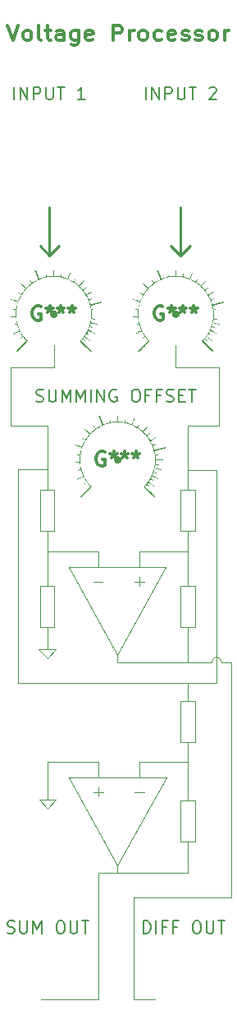
<source format=gto>
G04 #@! TF.GenerationSoftware,KiCad,Pcbnew,8.0.4-8.0.4-0~ubuntu22.04.1*
G04 #@! TF.CreationDate,2024-07-28T23:06:02+02:00*
G04 #@! TF.ProjectId,FrontPanel,46726f6e-7450-4616-9e65-6c2e6b696361,0.1*
G04 #@! TF.SameCoordinates,Original*
G04 #@! TF.FileFunction,Legend,Top*
G04 #@! TF.FilePolarity,Positive*
%FSLAX46Y46*%
G04 Gerber Fmt 4.6, Leading zero omitted, Abs format (unit mm)*
G04 Created by KiCad (PCBNEW 8.0.4-8.0.4-0~ubuntu22.04.1) date 2024-07-28 23:06:02*
%MOMM*%
%LPD*%
G01*
G04 APERTURE LIST*
%ADD10C,0.100000*%
%ADD11C,0.200000*%
%ADD12C,0.250000*%
%ADD13C,0.325000*%
%ADD14C,0.300000*%
%ADD15C,0.000000*%
G04 APERTURE END LIST*
D10*
X70750000Y-167350000D02*
X70750000Y-154300000D01*
X74350000Y-156900000D02*
X84450000Y-156900000D01*
X74350000Y-167350000D02*
X74350000Y-156900000D01*
X76550000Y-167350000D02*
X74350000Y-167350000D01*
X84450000Y-134374986D02*
X84450000Y-156900000D01*
X82450000Y-132625000D02*
G75*
G02*
X83450000Y-132625000I500000J0D01*
G01*
X84450000Y-132625000D02*
X84450000Y-134975000D01*
X83450000Y-132625000D02*
X84450000Y-132625000D01*
X79950000Y-132625000D02*
X82450000Y-132625000D01*
X72725000Y-154300000D02*
X70750000Y-154300000D01*
X70750000Y-167350000D02*
X64799947Y-167350000D01*
X62400000Y-134750000D02*
X62400000Y-112800000D01*
X65400000Y-112800000D02*
X62400000Y-112800000D01*
X79950000Y-134750000D02*
X79975000Y-135625000D01*
X82950000Y-134750000D02*
X79950000Y-134750000D01*
X82950000Y-112850000D02*
X82950000Y-134750000D01*
X79950000Y-112850000D02*
X82950000Y-112850000D01*
X74975000Y-142887500D02*
X74975000Y-144512500D01*
X79975000Y-142887500D02*
X74975000Y-142887500D01*
X70725000Y-142887500D02*
X65475000Y-142887500D01*
X70725000Y-142887500D02*
X70725000Y-144512500D01*
X65475000Y-147737500D02*
X66325000Y-146837500D01*
X64625000Y-146837500D02*
X66325000Y-146837500D01*
X64625000Y-146837500D02*
X65475000Y-147737500D01*
X65475000Y-146837500D02*
X65475000Y-142887500D01*
X65450000Y-132225000D02*
X66300000Y-131325000D01*
X64600000Y-131325000D02*
X65450000Y-132225000D01*
X64600000Y-131325000D02*
X66300000Y-131325000D01*
X80725000Y-151100000D02*
X80725000Y-146850000D01*
X79225000Y-140875000D02*
X80725000Y-140875000D01*
X79975000Y-141875000D02*
X79975000Y-140875000D01*
X79975000Y-135625000D02*
X79975000Y-136625000D01*
X79225000Y-146850000D02*
X79225000Y-151100000D01*
X79225000Y-151100000D02*
X80725000Y-151100000D01*
X79975000Y-152100000D02*
X79975000Y-151100000D01*
X80725000Y-146850000D02*
X79225000Y-146850000D01*
X79975000Y-145850000D02*
X79975000Y-146850000D01*
X79975000Y-143875000D02*
X79975000Y-141875000D01*
X72725000Y-154300000D02*
X79975000Y-154300000D01*
X80725000Y-140875000D02*
X80725000Y-136625000D01*
X72725000Y-153550000D02*
X72725000Y-154300000D01*
X79975000Y-145800000D02*
X79975000Y-143800000D01*
X70225000Y-146000000D02*
X71225000Y-146000000D01*
X79975000Y-152050000D02*
X79975000Y-154300000D01*
X79225000Y-136625000D02*
X79225000Y-140875000D01*
X70725000Y-145500000D02*
X70725000Y-146500000D01*
X80725000Y-136625000D02*
X79225000Y-136625000D01*
X74475000Y-146000000D02*
X75475000Y-146000000D01*
X77725000Y-144550000D02*
X72725000Y-153550000D01*
X67725000Y-144550000D02*
X72725000Y-153550000D01*
X67725000Y-144550000D02*
X77725000Y-144550000D01*
X78700000Y-102250000D02*
X78700000Y-100000000D01*
X79950000Y-108250000D02*
X79950000Y-114875000D01*
X83200000Y-108250000D02*
X83200000Y-102250000D01*
X83200000Y-108250000D02*
X79950000Y-108250000D01*
X78700000Y-102250000D02*
X83200000Y-102250000D01*
X65450000Y-108250000D02*
X65450000Y-110750000D01*
X61700000Y-108250000D02*
X65450000Y-108250000D01*
X61700000Y-108250000D02*
X61700000Y-102250000D01*
X66200000Y-102250000D02*
X61700000Y-102250000D01*
X66200000Y-102250000D02*
X66200000Y-100000000D01*
X65450000Y-114875000D02*
X65450000Y-110750000D01*
X64700000Y-119125000D02*
X66200000Y-119125000D01*
X65450000Y-120125000D02*
X65450000Y-119125000D01*
X65450000Y-113875000D02*
X65450000Y-114875000D01*
X65450000Y-122125000D02*
X65450000Y-120125000D01*
X66200000Y-119125000D02*
X66200000Y-114875000D01*
X64700000Y-114875000D02*
X64700000Y-119125000D01*
X66200000Y-114875000D02*
X64700000Y-114875000D01*
X70700000Y-121250000D02*
X65450000Y-121250000D01*
X66200000Y-129050000D02*
X66200000Y-124800000D01*
X64700000Y-124800000D02*
X64700000Y-129050000D01*
X64700000Y-129050000D02*
X66200000Y-129050000D01*
X65450000Y-131325000D02*
X65450000Y-129050000D01*
X66200000Y-124800000D02*
X64700000Y-124800000D01*
X65450000Y-123800000D02*
X65450000Y-124800000D01*
X65450000Y-124125000D02*
X65450000Y-122125000D01*
X72700000Y-132625000D02*
X79950000Y-132625000D01*
X79950000Y-130050000D02*
X79950000Y-132625000D01*
X72700000Y-131875000D02*
X72700000Y-132625000D01*
X79950000Y-122125000D02*
X79950000Y-120125000D01*
X80700000Y-119125000D02*
X80700000Y-114875000D01*
X79200000Y-114875000D02*
X79200000Y-119125000D01*
X79200000Y-119125000D02*
X80700000Y-119125000D01*
X79950000Y-120125000D02*
X79950000Y-119125000D01*
X80700000Y-114875000D02*
X79200000Y-114875000D01*
X79950000Y-113875000D02*
X79950000Y-114875000D01*
X79950000Y-121250000D02*
X74950000Y-121250000D01*
X79950000Y-124125000D02*
X79950000Y-122125000D01*
X70700000Y-121250000D02*
X70700000Y-122875000D01*
X74950000Y-121250000D02*
X74950000Y-122875000D01*
X79950000Y-123800000D02*
X79950000Y-124800000D01*
X79950000Y-130050000D02*
X79950000Y-129050000D01*
D11*
X64329197Y-105768600D02*
X64514911Y-105830504D01*
X64514911Y-105830504D02*
X64824435Y-105830504D01*
X64824435Y-105830504D02*
X64948244Y-105768600D01*
X64948244Y-105768600D02*
X65010149Y-105706695D01*
X65010149Y-105706695D02*
X65072054Y-105582885D01*
X65072054Y-105582885D02*
X65072054Y-105459076D01*
X65072054Y-105459076D02*
X65010149Y-105335266D01*
X65010149Y-105335266D02*
X64948244Y-105273361D01*
X64948244Y-105273361D02*
X64824435Y-105211457D01*
X64824435Y-105211457D02*
X64576816Y-105149552D01*
X64576816Y-105149552D02*
X64453006Y-105087647D01*
X64453006Y-105087647D02*
X64391101Y-105025742D01*
X64391101Y-105025742D02*
X64329197Y-104901933D01*
X64329197Y-104901933D02*
X64329197Y-104778123D01*
X64329197Y-104778123D02*
X64391101Y-104654314D01*
X64391101Y-104654314D02*
X64453006Y-104592409D01*
X64453006Y-104592409D02*
X64576816Y-104530504D01*
X64576816Y-104530504D02*
X64886339Y-104530504D01*
X64886339Y-104530504D02*
X65072054Y-104592409D01*
X65629196Y-104530504D02*
X65629196Y-105582885D01*
X65629196Y-105582885D02*
X65691101Y-105706695D01*
X65691101Y-105706695D02*
X65753006Y-105768600D01*
X65753006Y-105768600D02*
X65876815Y-105830504D01*
X65876815Y-105830504D02*
X66124434Y-105830504D01*
X66124434Y-105830504D02*
X66248244Y-105768600D01*
X66248244Y-105768600D02*
X66310149Y-105706695D01*
X66310149Y-105706695D02*
X66372053Y-105582885D01*
X66372053Y-105582885D02*
X66372053Y-104530504D01*
X66991101Y-105830504D02*
X66991101Y-104530504D01*
X66991101Y-104530504D02*
X67424435Y-105459076D01*
X67424435Y-105459076D02*
X67857768Y-104530504D01*
X67857768Y-104530504D02*
X67857768Y-105830504D01*
X68476815Y-105830504D02*
X68476815Y-104530504D01*
X68476815Y-104530504D02*
X68910149Y-105459076D01*
X68910149Y-105459076D02*
X69343482Y-104530504D01*
X69343482Y-104530504D02*
X69343482Y-105830504D01*
X69962529Y-105830504D02*
X69962529Y-104530504D01*
X70581577Y-105830504D02*
X70581577Y-104530504D01*
X70581577Y-104530504D02*
X71324434Y-105830504D01*
X71324434Y-105830504D02*
X71324434Y-104530504D01*
X72624435Y-104592409D02*
X72500625Y-104530504D01*
X72500625Y-104530504D02*
X72314911Y-104530504D01*
X72314911Y-104530504D02*
X72129197Y-104592409D01*
X72129197Y-104592409D02*
X72005387Y-104716219D01*
X72005387Y-104716219D02*
X71943482Y-104840028D01*
X71943482Y-104840028D02*
X71881578Y-105087647D01*
X71881578Y-105087647D02*
X71881578Y-105273361D01*
X71881578Y-105273361D02*
X71943482Y-105520980D01*
X71943482Y-105520980D02*
X72005387Y-105644790D01*
X72005387Y-105644790D02*
X72129197Y-105768600D01*
X72129197Y-105768600D02*
X72314911Y-105830504D01*
X72314911Y-105830504D02*
X72438720Y-105830504D01*
X72438720Y-105830504D02*
X72624435Y-105768600D01*
X72624435Y-105768600D02*
X72686339Y-105706695D01*
X72686339Y-105706695D02*
X72686339Y-105273361D01*
X72686339Y-105273361D02*
X72438720Y-105273361D01*
X74481577Y-104530504D02*
X74729196Y-104530504D01*
X74729196Y-104530504D02*
X74853006Y-104592409D01*
X74853006Y-104592409D02*
X74976815Y-104716219D01*
X74976815Y-104716219D02*
X75038720Y-104963838D01*
X75038720Y-104963838D02*
X75038720Y-105397171D01*
X75038720Y-105397171D02*
X74976815Y-105644790D01*
X74976815Y-105644790D02*
X74853006Y-105768600D01*
X74853006Y-105768600D02*
X74729196Y-105830504D01*
X74729196Y-105830504D02*
X74481577Y-105830504D01*
X74481577Y-105830504D02*
X74357768Y-105768600D01*
X74357768Y-105768600D02*
X74233958Y-105644790D01*
X74233958Y-105644790D02*
X74172054Y-105397171D01*
X74172054Y-105397171D02*
X74172054Y-104963838D01*
X74172054Y-104963838D02*
X74233958Y-104716219D01*
X74233958Y-104716219D02*
X74357768Y-104592409D01*
X74357768Y-104592409D02*
X74481577Y-104530504D01*
X76029197Y-105149552D02*
X75595863Y-105149552D01*
X75595863Y-105830504D02*
X75595863Y-104530504D01*
X75595863Y-104530504D02*
X76214911Y-104530504D01*
X77143483Y-105149552D02*
X76710149Y-105149552D01*
X76710149Y-105830504D02*
X76710149Y-104530504D01*
X76710149Y-104530504D02*
X77329197Y-104530504D01*
X77762531Y-105768600D02*
X77948245Y-105830504D01*
X77948245Y-105830504D02*
X78257769Y-105830504D01*
X78257769Y-105830504D02*
X78381578Y-105768600D01*
X78381578Y-105768600D02*
X78443483Y-105706695D01*
X78443483Y-105706695D02*
X78505388Y-105582885D01*
X78505388Y-105582885D02*
X78505388Y-105459076D01*
X78505388Y-105459076D02*
X78443483Y-105335266D01*
X78443483Y-105335266D02*
X78381578Y-105273361D01*
X78381578Y-105273361D02*
X78257769Y-105211457D01*
X78257769Y-105211457D02*
X78010150Y-105149552D01*
X78010150Y-105149552D02*
X77886340Y-105087647D01*
X77886340Y-105087647D02*
X77824435Y-105025742D01*
X77824435Y-105025742D02*
X77762531Y-104901933D01*
X77762531Y-104901933D02*
X77762531Y-104778123D01*
X77762531Y-104778123D02*
X77824435Y-104654314D01*
X77824435Y-104654314D02*
X77886340Y-104592409D01*
X77886340Y-104592409D02*
X78010150Y-104530504D01*
X78010150Y-104530504D02*
X78319673Y-104530504D01*
X78319673Y-104530504D02*
X78505388Y-104592409D01*
X79062530Y-105149552D02*
X79495864Y-105149552D01*
X79681578Y-105830504D02*
X79062530Y-105830504D01*
X79062530Y-105830504D02*
X79062530Y-104530504D01*
X79062530Y-104530504D02*
X79681578Y-104530504D01*
X80053006Y-104530504D02*
X80795863Y-104530504D01*
X80424435Y-105830504D02*
X80424435Y-104530504D01*
D12*
X79200000Y-90750000D02*
X78200000Y-89750000D01*
X79200000Y-90750000D02*
X80200000Y-89750000D01*
X79200000Y-85750000D02*
X79200000Y-90750000D01*
X65700000Y-90750000D02*
X64700000Y-89750000D01*
X65700000Y-90750000D02*
X66700000Y-89750000D01*
X65700000Y-85750000D02*
X65700000Y-90750000D01*
D13*
X61325719Y-67049528D02*
X61892386Y-68549528D01*
X61892386Y-68549528D02*
X62459053Y-67049528D01*
X63268577Y-68549528D02*
X63106672Y-68478100D01*
X63106672Y-68478100D02*
X63025719Y-68406671D01*
X63025719Y-68406671D02*
X62944767Y-68263814D01*
X62944767Y-68263814D02*
X62944767Y-67835242D01*
X62944767Y-67835242D02*
X63025719Y-67692385D01*
X63025719Y-67692385D02*
X63106672Y-67620957D01*
X63106672Y-67620957D02*
X63268577Y-67549528D01*
X63268577Y-67549528D02*
X63511434Y-67549528D01*
X63511434Y-67549528D02*
X63673338Y-67620957D01*
X63673338Y-67620957D02*
X63754291Y-67692385D01*
X63754291Y-67692385D02*
X63835243Y-67835242D01*
X63835243Y-67835242D02*
X63835243Y-68263814D01*
X63835243Y-68263814D02*
X63754291Y-68406671D01*
X63754291Y-68406671D02*
X63673338Y-68478100D01*
X63673338Y-68478100D02*
X63511434Y-68549528D01*
X63511434Y-68549528D02*
X63268577Y-68549528D01*
X64806672Y-68549528D02*
X64644767Y-68478100D01*
X64644767Y-68478100D02*
X64563814Y-68335242D01*
X64563814Y-68335242D02*
X64563814Y-67049528D01*
X65211433Y-67549528D02*
X65859052Y-67549528D01*
X65454290Y-67049528D02*
X65454290Y-68335242D01*
X65454290Y-68335242D02*
X65535243Y-68478100D01*
X65535243Y-68478100D02*
X65697148Y-68549528D01*
X65697148Y-68549528D02*
X65859052Y-68549528D01*
X67154291Y-68549528D02*
X67154291Y-67763814D01*
X67154291Y-67763814D02*
X67073338Y-67620957D01*
X67073338Y-67620957D02*
X66911434Y-67549528D01*
X66911434Y-67549528D02*
X66587624Y-67549528D01*
X66587624Y-67549528D02*
X66425719Y-67620957D01*
X67154291Y-68478100D02*
X66992386Y-68549528D01*
X66992386Y-68549528D02*
X66587624Y-68549528D01*
X66587624Y-68549528D02*
X66425719Y-68478100D01*
X66425719Y-68478100D02*
X66344767Y-68335242D01*
X66344767Y-68335242D02*
X66344767Y-68192385D01*
X66344767Y-68192385D02*
X66425719Y-68049528D01*
X66425719Y-68049528D02*
X66587624Y-67978100D01*
X66587624Y-67978100D02*
X66992386Y-67978100D01*
X66992386Y-67978100D02*
X67154291Y-67906671D01*
X68692386Y-67549528D02*
X68692386Y-68763814D01*
X68692386Y-68763814D02*
X68611433Y-68906671D01*
X68611433Y-68906671D02*
X68530481Y-68978100D01*
X68530481Y-68978100D02*
X68368576Y-69049528D01*
X68368576Y-69049528D02*
X68125719Y-69049528D01*
X68125719Y-69049528D02*
X67963814Y-68978100D01*
X68692386Y-68478100D02*
X68530481Y-68549528D01*
X68530481Y-68549528D02*
X68206672Y-68549528D01*
X68206672Y-68549528D02*
X68044767Y-68478100D01*
X68044767Y-68478100D02*
X67963814Y-68406671D01*
X67963814Y-68406671D02*
X67882862Y-68263814D01*
X67882862Y-68263814D02*
X67882862Y-67835242D01*
X67882862Y-67835242D02*
X67963814Y-67692385D01*
X67963814Y-67692385D02*
X68044767Y-67620957D01*
X68044767Y-67620957D02*
X68206672Y-67549528D01*
X68206672Y-67549528D02*
X68530481Y-67549528D01*
X68530481Y-67549528D02*
X68692386Y-67620957D01*
X70149528Y-68478100D02*
X69987624Y-68549528D01*
X69987624Y-68549528D02*
X69663814Y-68549528D01*
X69663814Y-68549528D02*
X69501909Y-68478100D01*
X69501909Y-68478100D02*
X69420957Y-68335242D01*
X69420957Y-68335242D02*
X69420957Y-67763814D01*
X69420957Y-67763814D02*
X69501909Y-67620957D01*
X69501909Y-67620957D02*
X69663814Y-67549528D01*
X69663814Y-67549528D02*
X69987624Y-67549528D01*
X69987624Y-67549528D02*
X70149528Y-67620957D01*
X70149528Y-67620957D02*
X70230481Y-67763814D01*
X70230481Y-67763814D02*
X70230481Y-67906671D01*
X70230481Y-67906671D02*
X69420957Y-68049528D01*
X72254290Y-68549528D02*
X72254290Y-67049528D01*
X72254290Y-67049528D02*
X72901909Y-67049528D01*
X72901909Y-67049528D02*
X73063814Y-67120957D01*
X73063814Y-67120957D02*
X73144767Y-67192385D01*
X73144767Y-67192385D02*
X73225719Y-67335242D01*
X73225719Y-67335242D02*
X73225719Y-67549528D01*
X73225719Y-67549528D02*
X73144767Y-67692385D01*
X73144767Y-67692385D02*
X73063814Y-67763814D01*
X73063814Y-67763814D02*
X72901909Y-67835242D01*
X72901909Y-67835242D02*
X72254290Y-67835242D01*
X73954290Y-68549528D02*
X73954290Y-67549528D01*
X73954290Y-67835242D02*
X74035243Y-67692385D01*
X74035243Y-67692385D02*
X74116195Y-67620957D01*
X74116195Y-67620957D02*
X74278100Y-67549528D01*
X74278100Y-67549528D02*
X74440005Y-67549528D01*
X75249529Y-68549528D02*
X75087624Y-68478100D01*
X75087624Y-68478100D02*
X75006671Y-68406671D01*
X75006671Y-68406671D02*
X74925719Y-68263814D01*
X74925719Y-68263814D02*
X74925719Y-67835242D01*
X74925719Y-67835242D02*
X75006671Y-67692385D01*
X75006671Y-67692385D02*
X75087624Y-67620957D01*
X75087624Y-67620957D02*
X75249529Y-67549528D01*
X75249529Y-67549528D02*
X75492386Y-67549528D01*
X75492386Y-67549528D02*
X75654290Y-67620957D01*
X75654290Y-67620957D02*
X75735243Y-67692385D01*
X75735243Y-67692385D02*
X75816195Y-67835242D01*
X75816195Y-67835242D02*
X75816195Y-68263814D01*
X75816195Y-68263814D02*
X75735243Y-68406671D01*
X75735243Y-68406671D02*
X75654290Y-68478100D01*
X75654290Y-68478100D02*
X75492386Y-68549528D01*
X75492386Y-68549528D02*
X75249529Y-68549528D01*
X77273338Y-68478100D02*
X77111433Y-68549528D01*
X77111433Y-68549528D02*
X76787624Y-68549528D01*
X76787624Y-68549528D02*
X76625719Y-68478100D01*
X76625719Y-68478100D02*
X76544766Y-68406671D01*
X76544766Y-68406671D02*
X76463814Y-68263814D01*
X76463814Y-68263814D02*
X76463814Y-67835242D01*
X76463814Y-67835242D02*
X76544766Y-67692385D01*
X76544766Y-67692385D02*
X76625719Y-67620957D01*
X76625719Y-67620957D02*
X76787624Y-67549528D01*
X76787624Y-67549528D02*
X77111433Y-67549528D01*
X77111433Y-67549528D02*
X77273338Y-67620957D01*
X78649528Y-68478100D02*
X78487624Y-68549528D01*
X78487624Y-68549528D02*
X78163814Y-68549528D01*
X78163814Y-68549528D02*
X78001909Y-68478100D01*
X78001909Y-68478100D02*
X77920957Y-68335242D01*
X77920957Y-68335242D02*
X77920957Y-67763814D01*
X77920957Y-67763814D02*
X78001909Y-67620957D01*
X78001909Y-67620957D02*
X78163814Y-67549528D01*
X78163814Y-67549528D02*
X78487624Y-67549528D01*
X78487624Y-67549528D02*
X78649528Y-67620957D01*
X78649528Y-67620957D02*
X78730481Y-67763814D01*
X78730481Y-67763814D02*
X78730481Y-67906671D01*
X78730481Y-67906671D02*
X77920957Y-68049528D01*
X79378100Y-68478100D02*
X79540005Y-68549528D01*
X79540005Y-68549528D02*
X79863814Y-68549528D01*
X79863814Y-68549528D02*
X80025719Y-68478100D01*
X80025719Y-68478100D02*
X80106671Y-68335242D01*
X80106671Y-68335242D02*
X80106671Y-68263814D01*
X80106671Y-68263814D02*
X80025719Y-68120957D01*
X80025719Y-68120957D02*
X79863814Y-68049528D01*
X79863814Y-68049528D02*
X79620957Y-68049528D01*
X79620957Y-68049528D02*
X79459052Y-67978100D01*
X79459052Y-67978100D02*
X79378100Y-67835242D01*
X79378100Y-67835242D02*
X79378100Y-67763814D01*
X79378100Y-67763814D02*
X79459052Y-67620957D01*
X79459052Y-67620957D02*
X79620957Y-67549528D01*
X79620957Y-67549528D02*
X79863814Y-67549528D01*
X79863814Y-67549528D02*
X80025719Y-67620957D01*
X80754290Y-68478100D02*
X80916195Y-68549528D01*
X80916195Y-68549528D02*
X81240004Y-68549528D01*
X81240004Y-68549528D02*
X81401909Y-68478100D01*
X81401909Y-68478100D02*
X81482861Y-68335242D01*
X81482861Y-68335242D02*
X81482861Y-68263814D01*
X81482861Y-68263814D02*
X81401909Y-68120957D01*
X81401909Y-68120957D02*
X81240004Y-68049528D01*
X81240004Y-68049528D02*
X80997147Y-68049528D01*
X80997147Y-68049528D02*
X80835242Y-67978100D01*
X80835242Y-67978100D02*
X80754290Y-67835242D01*
X80754290Y-67835242D02*
X80754290Y-67763814D01*
X80754290Y-67763814D02*
X80835242Y-67620957D01*
X80835242Y-67620957D02*
X80997147Y-67549528D01*
X80997147Y-67549528D02*
X81240004Y-67549528D01*
X81240004Y-67549528D02*
X81401909Y-67620957D01*
X82454290Y-68549528D02*
X82292385Y-68478100D01*
X82292385Y-68478100D02*
X82211432Y-68406671D01*
X82211432Y-68406671D02*
X82130480Y-68263814D01*
X82130480Y-68263814D02*
X82130480Y-67835242D01*
X82130480Y-67835242D02*
X82211432Y-67692385D01*
X82211432Y-67692385D02*
X82292385Y-67620957D01*
X82292385Y-67620957D02*
X82454290Y-67549528D01*
X82454290Y-67549528D02*
X82697147Y-67549528D01*
X82697147Y-67549528D02*
X82859051Y-67620957D01*
X82859051Y-67620957D02*
X82940004Y-67692385D01*
X82940004Y-67692385D02*
X83020956Y-67835242D01*
X83020956Y-67835242D02*
X83020956Y-68263814D01*
X83020956Y-68263814D02*
X82940004Y-68406671D01*
X82940004Y-68406671D02*
X82859051Y-68478100D01*
X82859051Y-68478100D02*
X82697147Y-68549528D01*
X82697147Y-68549528D02*
X82454290Y-68549528D01*
X83749527Y-68549528D02*
X83749527Y-67549528D01*
X83749527Y-67835242D02*
X83830480Y-67692385D01*
X83830480Y-67692385D02*
X83911432Y-67620957D01*
X83911432Y-67620957D02*
X84073337Y-67549528D01*
X84073337Y-67549528D02*
X84235242Y-67549528D01*
D11*
X75391101Y-160580504D02*
X75391101Y-159280504D01*
X75391101Y-159280504D02*
X75700625Y-159280504D01*
X75700625Y-159280504D02*
X75886339Y-159342409D01*
X75886339Y-159342409D02*
X76010149Y-159466219D01*
X76010149Y-159466219D02*
X76072054Y-159590028D01*
X76072054Y-159590028D02*
X76133958Y-159837647D01*
X76133958Y-159837647D02*
X76133958Y-160023361D01*
X76133958Y-160023361D02*
X76072054Y-160270980D01*
X76072054Y-160270980D02*
X76010149Y-160394790D01*
X76010149Y-160394790D02*
X75886339Y-160518600D01*
X75886339Y-160518600D02*
X75700625Y-160580504D01*
X75700625Y-160580504D02*
X75391101Y-160580504D01*
X76691101Y-160580504D02*
X76691101Y-159280504D01*
X77743483Y-159899552D02*
X77310149Y-159899552D01*
X77310149Y-160580504D02*
X77310149Y-159280504D01*
X77310149Y-159280504D02*
X77929197Y-159280504D01*
X78857769Y-159899552D02*
X78424435Y-159899552D01*
X78424435Y-160580504D02*
X78424435Y-159280504D01*
X78424435Y-159280504D02*
X79043483Y-159280504D01*
X80776816Y-159280504D02*
X81024435Y-159280504D01*
X81024435Y-159280504D02*
X81148245Y-159342409D01*
X81148245Y-159342409D02*
X81272054Y-159466219D01*
X81272054Y-159466219D02*
X81333959Y-159713838D01*
X81333959Y-159713838D02*
X81333959Y-160147171D01*
X81333959Y-160147171D02*
X81272054Y-160394790D01*
X81272054Y-160394790D02*
X81148245Y-160518600D01*
X81148245Y-160518600D02*
X81024435Y-160580504D01*
X81024435Y-160580504D02*
X80776816Y-160580504D01*
X80776816Y-160580504D02*
X80653007Y-160518600D01*
X80653007Y-160518600D02*
X80529197Y-160394790D01*
X80529197Y-160394790D02*
X80467293Y-160147171D01*
X80467293Y-160147171D02*
X80467293Y-159713838D01*
X80467293Y-159713838D02*
X80529197Y-159466219D01*
X80529197Y-159466219D02*
X80653007Y-159342409D01*
X80653007Y-159342409D02*
X80776816Y-159280504D01*
X81891102Y-159280504D02*
X81891102Y-160332885D01*
X81891102Y-160332885D02*
X81953007Y-160456695D01*
X81953007Y-160456695D02*
X82014912Y-160518600D01*
X82014912Y-160518600D02*
X82138721Y-160580504D01*
X82138721Y-160580504D02*
X82386340Y-160580504D01*
X82386340Y-160580504D02*
X82510150Y-160518600D01*
X82510150Y-160518600D02*
X82572055Y-160456695D01*
X82572055Y-160456695D02*
X82633959Y-160332885D01*
X82633959Y-160332885D02*
X82633959Y-159280504D01*
X83067293Y-159280504D02*
X83810150Y-159280504D01*
X83438722Y-160580504D02*
X83438722Y-159280504D01*
X75641101Y-74680504D02*
X75641101Y-73380504D01*
X76260149Y-74680504D02*
X76260149Y-73380504D01*
X76260149Y-73380504D02*
X77003006Y-74680504D01*
X77003006Y-74680504D02*
X77003006Y-73380504D01*
X77622054Y-74680504D02*
X77622054Y-73380504D01*
X77622054Y-73380504D02*
X78117292Y-73380504D01*
X78117292Y-73380504D02*
X78241102Y-73442409D01*
X78241102Y-73442409D02*
X78303007Y-73504314D01*
X78303007Y-73504314D02*
X78364911Y-73628123D01*
X78364911Y-73628123D02*
X78364911Y-73813838D01*
X78364911Y-73813838D02*
X78303007Y-73937647D01*
X78303007Y-73937647D02*
X78241102Y-73999552D01*
X78241102Y-73999552D02*
X78117292Y-74061457D01*
X78117292Y-74061457D02*
X77622054Y-74061457D01*
X78922054Y-73380504D02*
X78922054Y-74432885D01*
X78922054Y-74432885D02*
X78983959Y-74556695D01*
X78983959Y-74556695D02*
X79045864Y-74618600D01*
X79045864Y-74618600D02*
X79169673Y-74680504D01*
X79169673Y-74680504D02*
X79417292Y-74680504D01*
X79417292Y-74680504D02*
X79541102Y-74618600D01*
X79541102Y-74618600D02*
X79603007Y-74556695D01*
X79603007Y-74556695D02*
X79664911Y-74432885D01*
X79664911Y-74432885D02*
X79664911Y-73380504D01*
X80098245Y-73380504D02*
X80841102Y-73380504D01*
X80469674Y-74680504D02*
X80469674Y-73380504D01*
X82203007Y-73504314D02*
X82264911Y-73442409D01*
X82264911Y-73442409D02*
X82388721Y-73380504D01*
X82388721Y-73380504D02*
X82698245Y-73380504D01*
X82698245Y-73380504D02*
X82822054Y-73442409D01*
X82822054Y-73442409D02*
X82883959Y-73504314D01*
X82883959Y-73504314D02*
X82945864Y-73628123D01*
X82945864Y-73628123D02*
X82945864Y-73751933D01*
X82945864Y-73751933D02*
X82883959Y-73937647D01*
X82883959Y-73937647D02*
X82141102Y-74680504D01*
X82141102Y-74680504D02*
X82945864Y-74680504D01*
X61329197Y-160518600D02*
X61514911Y-160580504D01*
X61514911Y-160580504D02*
X61824435Y-160580504D01*
X61824435Y-160580504D02*
X61948244Y-160518600D01*
X61948244Y-160518600D02*
X62010149Y-160456695D01*
X62010149Y-160456695D02*
X62072054Y-160332885D01*
X62072054Y-160332885D02*
X62072054Y-160209076D01*
X62072054Y-160209076D02*
X62010149Y-160085266D01*
X62010149Y-160085266D02*
X61948244Y-160023361D01*
X61948244Y-160023361D02*
X61824435Y-159961457D01*
X61824435Y-159961457D02*
X61576816Y-159899552D01*
X61576816Y-159899552D02*
X61453006Y-159837647D01*
X61453006Y-159837647D02*
X61391101Y-159775742D01*
X61391101Y-159775742D02*
X61329197Y-159651933D01*
X61329197Y-159651933D02*
X61329197Y-159528123D01*
X61329197Y-159528123D02*
X61391101Y-159404314D01*
X61391101Y-159404314D02*
X61453006Y-159342409D01*
X61453006Y-159342409D02*
X61576816Y-159280504D01*
X61576816Y-159280504D02*
X61886339Y-159280504D01*
X61886339Y-159280504D02*
X62072054Y-159342409D01*
X62629196Y-159280504D02*
X62629196Y-160332885D01*
X62629196Y-160332885D02*
X62691101Y-160456695D01*
X62691101Y-160456695D02*
X62753006Y-160518600D01*
X62753006Y-160518600D02*
X62876815Y-160580504D01*
X62876815Y-160580504D02*
X63124434Y-160580504D01*
X63124434Y-160580504D02*
X63248244Y-160518600D01*
X63248244Y-160518600D02*
X63310149Y-160456695D01*
X63310149Y-160456695D02*
X63372053Y-160332885D01*
X63372053Y-160332885D02*
X63372053Y-159280504D01*
X63991101Y-160580504D02*
X63991101Y-159280504D01*
X63991101Y-159280504D02*
X64424435Y-160209076D01*
X64424435Y-160209076D02*
X64857768Y-159280504D01*
X64857768Y-159280504D02*
X64857768Y-160580504D01*
X66714910Y-159280504D02*
X66962529Y-159280504D01*
X66962529Y-159280504D02*
X67086339Y-159342409D01*
X67086339Y-159342409D02*
X67210148Y-159466219D01*
X67210148Y-159466219D02*
X67272053Y-159713838D01*
X67272053Y-159713838D02*
X67272053Y-160147171D01*
X67272053Y-160147171D02*
X67210148Y-160394790D01*
X67210148Y-160394790D02*
X67086339Y-160518600D01*
X67086339Y-160518600D02*
X66962529Y-160580504D01*
X66962529Y-160580504D02*
X66714910Y-160580504D01*
X66714910Y-160580504D02*
X66591101Y-160518600D01*
X66591101Y-160518600D02*
X66467291Y-160394790D01*
X66467291Y-160394790D02*
X66405387Y-160147171D01*
X66405387Y-160147171D02*
X66405387Y-159713838D01*
X66405387Y-159713838D02*
X66467291Y-159466219D01*
X66467291Y-159466219D02*
X66591101Y-159342409D01*
X66591101Y-159342409D02*
X66714910Y-159280504D01*
X67829196Y-159280504D02*
X67829196Y-160332885D01*
X67829196Y-160332885D02*
X67891101Y-160456695D01*
X67891101Y-160456695D02*
X67953006Y-160518600D01*
X67953006Y-160518600D02*
X68076815Y-160580504D01*
X68076815Y-160580504D02*
X68324434Y-160580504D01*
X68324434Y-160580504D02*
X68448244Y-160518600D01*
X68448244Y-160518600D02*
X68510149Y-160456695D01*
X68510149Y-160456695D02*
X68572053Y-160332885D01*
X68572053Y-160332885D02*
X68572053Y-159280504D01*
X69005387Y-159280504D02*
X69748244Y-159280504D01*
X69376816Y-160580504D02*
X69376816Y-159280504D01*
X62041101Y-74680504D02*
X62041101Y-73380504D01*
X62660149Y-74680504D02*
X62660149Y-73380504D01*
X62660149Y-73380504D02*
X63403006Y-74680504D01*
X63403006Y-74680504D02*
X63403006Y-73380504D01*
X64022054Y-74680504D02*
X64022054Y-73380504D01*
X64022054Y-73380504D02*
X64517292Y-73380504D01*
X64517292Y-73380504D02*
X64641102Y-73442409D01*
X64641102Y-73442409D02*
X64703007Y-73504314D01*
X64703007Y-73504314D02*
X64764911Y-73628123D01*
X64764911Y-73628123D02*
X64764911Y-73813838D01*
X64764911Y-73813838D02*
X64703007Y-73937647D01*
X64703007Y-73937647D02*
X64641102Y-73999552D01*
X64641102Y-73999552D02*
X64517292Y-74061457D01*
X64517292Y-74061457D02*
X64022054Y-74061457D01*
X65322054Y-73380504D02*
X65322054Y-74432885D01*
X65322054Y-74432885D02*
X65383959Y-74556695D01*
X65383959Y-74556695D02*
X65445864Y-74618600D01*
X65445864Y-74618600D02*
X65569673Y-74680504D01*
X65569673Y-74680504D02*
X65817292Y-74680504D01*
X65817292Y-74680504D02*
X65941102Y-74618600D01*
X65941102Y-74618600D02*
X66003007Y-74556695D01*
X66003007Y-74556695D02*
X66064911Y-74432885D01*
X66064911Y-74432885D02*
X66064911Y-73380504D01*
X66498245Y-73380504D02*
X67241102Y-73380504D01*
X66869674Y-74680504D02*
X66869674Y-73380504D01*
X69345864Y-74680504D02*
X68603007Y-74680504D01*
X68974435Y-74680504D02*
X68974435Y-73380504D01*
X68974435Y-73380504D02*
X68850626Y-73566219D01*
X68850626Y-73566219D02*
X68726816Y-73690028D01*
X68726816Y-73690028D02*
X68603007Y-73751933D01*
D10*
X67700000Y-122875000D02*
X77700000Y-122875000D01*
X77700000Y-122875000D02*
X72700000Y-131875000D01*
X67700000Y-122875000D02*
X72700000Y-131875000D01*
X74450000Y-124325000D02*
X75450000Y-124325000D01*
X74950000Y-123825000D02*
X74950000Y-124825000D01*
X70200000Y-124325000D02*
X71200000Y-124325000D01*
X80700000Y-129050000D02*
X80700000Y-124800000D01*
X79200000Y-124800000D02*
X79200000Y-129050000D01*
X79200000Y-129050000D02*
X80700000Y-129050000D01*
X80700000Y-124800000D02*
X79200000Y-124800000D01*
X79950000Y-134750000D02*
X62400000Y-134750000D01*
D14*
X71378572Y-110999757D02*
X71235715Y-110928328D01*
X71235715Y-110928328D02*
X71021429Y-110928328D01*
X71021429Y-110928328D02*
X70807143Y-110999757D01*
X70807143Y-110999757D02*
X70664286Y-111142614D01*
X70664286Y-111142614D02*
X70592857Y-111285471D01*
X70592857Y-111285471D02*
X70521429Y-111571185D01*
X70521429Y-111571185D02*
X70521429Y-111785471D01*
X70521429Y-111785471D02*
X70592857Y-112071185D01*
X70592857Y-112071185D02*
X70664286Y-112214042D01*
X70664286Y-112214042D02*
X70807143Y-112356900D01*
X70807143Y-112356900D02*
X71021429Y-112428328D01*
X71021429Y-112428328D02*
X71164286Y-112428328D01*
X71164286Y-112428328D02*
X71378572Y-112356900D01*
X71378572Y-112356900D02*
X71450000Y-112285471D01*
X71450000Y-112285471D02*
X71450000Y-111785471D01*
X71450000Y-111785471D02*
X71164286Y-111785471D01*
X72307143Y-110928328D02*
X72307143Y-111285471D01*
X71950000Y-111142614D02*
X72307143Y-111285471D01*
X72307143Y-111285471D02*
X72664286Y-111142614D01*
X72092857Y-111571185D02*
X72307143Y-111285471D01*
X72307143Y-111285471D02*
X72521429Y-111571185D01*
X73450000Y-110928328D02*
X73450000Y-111285471D01*
X73092857Y-111142614D02*
X73450000Y-111285471D01*
X73450000Y-111285471D02*
X73807143Y-111142614D01*
X73235714Y-111571185D02*
X73450000Y-111285471D01*
X73450000Y-111285471D02*
X73664286Y-111571185D01*
X74592857Y-110928328D02*
X74592857Y-111285471D01*
X74235714Y-111142614D02*
X74592857Y-111285471D01*
X74592857Y-111285471D02*
X74950000Y-111142614D01*
X74378571Y-111571185D02*
X74592857Y-111285471D01*
X74592857Y-111285471D02*
X74807143Y-111571185D01*
X64778572Y-95999757D02*
X64635715Y-95928328D01*
X64635715Y-95928328D02*
X64421429Y-95928328D01*
X64421429Y-95928328D02*
X64207143Y-95999757D01*
X64207143Y-95999757D02*
X64064286Y-96142614D01*
X64064286Y-96142614D02*
X63992857Y-96285471D01*
X63992857Y-96285471D02*
X63921429Y-96571185D01*
X63921429Y-96571185D02*
X63921429Y-96785471D01*
X63921429Y-96785471D02*
X63992857Y-97071185D01*
X63992857Y-97071185D02*
X64064286Y-97214042D01*
X64064286Y-97214042D02*
X64207143Y-97356900D01*
X64207143Y-97356900D02*
X64421429Y-97428328D01*
X64421429Y-97428328D02*
X64564286Y-97428328D01*
X64564286Y-97428328D02*
X64778572Y-97356900D01*
X64778572Y-97356900D02*
X64850000Y-97285471D01*
X64850000Y-97285471D02*
X64850000Y-96785471D01*
X64850000Y-96785471D02*
X64564286Y-96785471D01*
X65707143Y-95928328D02*
X65707143Y-96285471D01*
X65350000Y-96142614D02*
X65707143Y-96285471D01*
X65707143Y-96285471D02*
X66064286Y-96142614D01*
X65492857Y-96571185D02*
X65707143Y-96285471D01*
X65707143Y-96285471D02*
X65921429Y-96571185D01*
X66850000Y-95928328D02*
X66850000Y-96285471D01*
X66492857Y-96142614D02*
X66850000Y-96285471D01*
X66850000Y-96285471D02*
X67207143Y-96142614D01*
X66635714Y-96571185D02*
X66850000Y-96285471D01*
X66850000Y-96285471D02*
X67064286Y-96571185D01*
X67992857Y-95928328D02*
X67992857Y-96285471D01*
X67635714Y-96142614D02*
X67992857Y-96285471D01*
X67992857Y-96285471D02*
X68350000Y-96142614D01*
X67778571Y-96571185D02*
X67992857Y-96285471D01*
X67992857Y-96285471D02*
X68207143Y-96571185D01*
X77378572Y-95999757D02*
X77235715Y-95928328D01*
X77235715Y-95928328D02*
X77021429Y-95928328D01*
X77021429Y-95928328D02*
X76807143Y-95999757D01*
X76807143Y-95999757D02*
X76664286Y-96142614D01*
X76664286Y-96142614D02*
X76592857Y-96285471D01*
X76592857Y-96285471D02*
X76521429Y-96571185D01*
X76521429Y-96571185D02*
X76521429Y-96785471D01*
X76521429Y-96785471D02*
X76592857Y-97071185D01*
X76592857Y-97071185D02*
X76664286Y-97214042D01*
X76664286Y-97214042D02*
X76807143Y-97356900D01*
X76807143Y-97356900D02*
X77021429Y-97428328D01*
X77021429Y-97428328D02*
X77164286Y-97428328D01*
X77164286Y-97428328D02*
X77378572Y-97356900D01*
X77378572Y-97356900D02*
X77450000Y-97285471D01*
X77450000Y-97285471D02*
X77450000Y-96785471D01*
X77450000Y-96785471D02*
X77164286Y-96785471D01*
X78307143Y-95928328D02*
X78307143Y-96285471D01*
X77950000Y-96142614D02*
X78307143Y-96285471D01*
X78307143Y-96285471D02*
X78664286Y-96142614D01*
X78092857Y-96571185D02*
X78307143Y-96285471D01*
X78307143Y-96285471D02*
X78521429Y-96571185D01*
X79450000Y-95928328D02*
X79450000Y-96285471D01*
X79092857Y-96142614D02*
X79450000Y-96285471D01*
X79450000Y-96285471D02*
X79807143Y-96142614D01*
X79235714Y-96571185D02*
X79450000Y-96285471D01*
X79450000Y-96285471D02*
X79664286Y-96571185D01*
X80592857Y-95928328D02*
X80592857Y-96285471D01*
X80235714Y-96142614D02*
X80592857Y-96285471D01*
X80592857Y-96285471D02*
X80950000Y-96142614D01*
X80378571Y-96571185D02*
X80592857Y-96285471D01*
X80592857Y-96285471D02*
X80807143Y-96571185D01*
D15*
G36*
X71068214Y-107702773D02*
G01*
X71253915Y-108138869D01*
X71313525Y-108113074D01*
X71368191Y-108092141D01*
X71431795Y-108071413D01*
X71449962Y-108066202D01*
X71499677Y-108051193D01*
X71537283Y-108037405D01*
X71546970Y-108032654D01*
X71570402Y-108023763D01*
X71618485Y-108009205D01*
X71683844Y-107991115D01*
X71747514Y-107974548D01*
X71820073Y-107955747D01*
X71880006Y-107939383D01*
X71920589Y-107927345D01*
X71934971Y-107921821D01*
X71935327Y-107903640D01*
X71930665Y-107860189D01*
X71921866Y-107798631D01*
X71913633Y-107748113D01*
X71902788Y-107677573D01*
X71896101Y-107619525D01*
X71894290Y-107581345D01*
X71896302Y-107570397D01*
X71917715Y-107561308D01*
X71937394Y-107580095D01*
X71956075Y-107628265D01*
X71974493Y-107707323D01*
X71981434Y-107744964D01*
X72010940Y-107913547D01*
X72079383Y-107903396D01*
X72194689Y-107886664D01*
X72287254Y-107874256D01*
X72366851Y-107865048D01*
X72443253Y-107857915D01*
X72526230Y-107851732D01*
X72531051Y-107851406D01*
X72700000Y-107840020D01*
X72700000Y-107553349D01*
X72700166Y-107449918D01*
X72701013Y-107374900D01*
X72703064Y-107323743D01*
X72706843Y-107291895D01*
X72712873Y-107274803D01*
X72721678Y-107267915D01*
X72732966Y-107266678D01*
X72744828Y-107268114D01*
X72753442Y-107275447D01*
X72759325Y-107293217D01*
X72762997Y-107325961D01*
X72764976Y-107378218D01*
X72765781Y-107454526D01*
X72765931Y-107555127D01*
X72765931Y-107843576D01*
X72819500Y-107844131D01*
X72886144Y-107846944D01*
X72974349Y-107853557D01*
X73073152Y-107862852D01*
X73171591Y-107873712D01*
X73258704Y-107885019D01*
X73321995Y-107895354D01*
X73376504Y-107904478D01*
X73417006Y-107908385D01*
X73433636Y-107906609D01*
X73440112Y-107887593D01*
X73450462Y-107843451D01*
X73463048Y-107781559D01*
X73471754Y-107734753D01*
X73487203Y-107655921D01*
X73500787Y-107604889D01*
X73514198Y-107576686D01*
X73529062Y-107566352D01*
X73546756Y-107569879D01*
X73555569Y-107591379D01*
X73555552Y-107634433D01*
X73546757Y-107702621D01*
X73532170Y-107784304D01*
X73521401Y-107845736D01*
X73514876Y-107893526D01*
X73513653Y-107919499D01*
X73514406Y-107921749D01*
X73532305Y-107928576D01*
X73575395Y-107941630D01*
X73636937Y-107958948D01*
X73700045Y-107975899D01*
X73837544Y-108013286D01*
X73947508Y-108045968D01*
X74034777Y-108075462D01*
X74098958Y-108100989D01*
X74135864Y-108115544D01*
X74156593Y-108120832D01*
X74157877Y-108120369D01*
X74164892Y-108104426D01*
X74182706Y-108062448D01*
X74209465Y-107998844D01*
X74243317Y-107918022D01*
X74282412Y-107824388D01*
X74301889Y-107777644D01*
X74357035Y-107647994D01*
X74401826Y-107548754D01*
X74436160Y-107480133D01*
X74459936Y-107442339D01*
X74469608Y-107434418D01*
X74484898Y-107434407D01*
X74492613Y-107443968D01*
X74491830Y-107466380D01*
X74481625Y-107504923D01*
X74461073Y-107562878D01*
X74429250Y-107643524D01*
X74385232Y-107750143D01*
X74371211Y-107783630D01*
X74331583Y-107878240D01*
X74295616Y-107964391D01*
X74265543Y-108036712D01*
X74243598Y-108089831D01*
X74232013Y-108118377D01*
X74231588Y-108119469D01*
X74226042Y-108147283D01*
X74243240Y-108161628D01*
X74262227Y-108166976D01*
X74292104Y-108178385D01*
X74344505Y-108202734D01*
X74413147Y-108236938D01*
X74491747Y-108277910D01*
X74531086Y-108299032D01*
X74609287Y-108340900D01*
X74677581Y-108376475D01*
X74730612Y-108403042D01*
X74763027Y-108417890D01*
X74770087Y-108420080D01*
X74784161Y-108406571D01*
X74810375Y-108370386D01*
X74844596Y-108317521D01*
X74872324Y-108271735D01*
X74919199Y-108197749D01*
X74957697Y-108148141D01*
X74986251Y-108124316D01*
X75003295Y-108127679D01*
X75007592Y-108150339D01*
X74999435Y-108175330D01*
X74977528Y-108220584D01*
X74945721Y-108278486D01*
X74925178Y-108313336D01*
X74889897Y-108372508D01*
X74862161Y-108420480D01*
X74845691Y-108450735D01*
X74842764Y-108457659D01*
X74855093Y-108470731D01*
X74886606Y-108495491D01*
X74911121Y-108513060D01*
X74962623Y-108549147D01*
X75009673Y-108582932D01*
X75059831Y-108620008D01*
X75120661Y-108665965D01*
X75199724Y-108726397D01*
X75202484Y-108728513D01*
X75335525Y-108830518D01*
X75575913Y-108559565D01*
X75647170Y-108480442D01*
X75712251Y-108410426D01*
X75767666Y-108353093D01*
X75809927Y-108312014D01*
X75835544Y-108290764D01*
X75840500Y-108288611D01*
X75858646Y-108301572D01*
X75864609Y-108329515D01*
X75856268Y-108356031D01*
X75849938Y-108361719D01*
X75834999Y-108376348D01*
X75801821Y-108411915D01*
X75753900Y-108464572D01*
X75694730Y-108530471D01*
X75627808Y-108605764D01*
X75611538Y-108624175D01*
X75387897Y-108877509D01*
X75498998Y-108991010D01*
X75557896Y-109051949D01*
X75617600Y-109114994D01*
X75667788Y-109169207D01*
X75680496Y-109183289D01*
X75724129Y-109227008D01*
X75756722Y-109249282D01*
X75770710Y-109250249D01*
X75792146Y-109235031D01*
X75831937Y-109204822D01*
X75882711Y-109165248D01*
X75900905Y-109150866D01*
X75954234Y-109110823D01*
X76000183Y-109080400D01*
X76031109Y-109064517D01*
X76036888Y-109063303D01*
X76060816Y-109071416D01*
X76056758Y-109095215D01*
X76025270Y-109133888D01*
X75966907Y-109186624D01*
X75934750Y-109212585D01*
X75879933Y-109256598D01*
X75835857Y-109293646D01*
X75808391Y-109318706D01*
X75802277Y-109326016D01*
X75809097Y-109345083D01*
X75831699Y-109379993D01*
X75851726Y-109406272D01*
X75952669Y-109538896D01*
X76031054Y-109658362D01*
X76054658Y-109699496D01*
X76100968Y-109783516D01*
X76418673Y-109596479D01*
X76512018Y-109542209D01*
X76596945Y-109494126D01*
X76668999Y-109454647D01*
X76723728Y-109426190D01*
X76756676Y-109411172D01*
X76763266Y-109409442D01*
X76786481Y-109414722D01*
X76784800Y-109431012D01*
X76757371Y-109458987D01*
X76703342Y-109499321D01*
X76621862Y-109552689D01*
X76512079Y-109619765D01*
X76455914Y-109653017D01*
X76132335Y-109843151D01*
X76197184Y-109960073D01*
X76265149Y-110087814D01*
X76316696Y-110196014D01*
X76336998Y-110244912D01*
X76344333Y-110260985D01*
X76354984Y-110268620D01*
X76375050Y-110266756D01*
X76410630Y-110254331D01*
X76467824Y-110230284D01*
X76499286Y-110216667D01*
X76585516Y-110180849D01*
X76645766Y-110159915D01*
X76683167Y-110153274D01*
X76700845Y-110160333D01*
X76702409Y-110178277D01*
X76684554Y-110197782D01*
X76639532Y-110225251D01*
X76571478Y-110258298D01*
X76540493Y-110271798D01*
X76475034Y-110299678D01*
X76422021Y-110322478D01*
X76388047Y-110337349D01*
X76379079Y-110341545D01*
X76381780Y-110357115D01*
X76394577Y-110391379D01*
X76398459Y-110400490D01*
X76425342Y-110469101D01*
X76455337Y-110556550D01*
X76484001Y-110649585D01*
X76494498Y-110686859D01*
X76506471Y-110728908D01*
X76514752Y-110754572D01*
X76516113Y-110757534D01*
X76532030Y-110754553D01*
X76575593Y-110744630D01*
X76642470Y-110728832D01*
X76728330Y-110708224D01*
X76828840Y-110683871D01*
X76939668Y-110656839D01*
X77056482Y-110628193D01*
X77174950Y-110598999D01*
X77290739Y-110570322D01*
X77399518Y-110543228D01*
X77496955Y-110518782D01*
X77578717Y-110498049D01*
X77640473Y-110482096D01*
X77677890Y-110471987D01*
X77681927Y-110470804D01*
X77700559Y-110470438D01*
X77708965Y-110489164D01*
X77710772Y-110528387D01*
X77708130Y-110571932D01*
X77695017Y-110594364D01*
X77663650Y-110607422D01*
X77657203Y-110609213D01*
X77628480Y-110616654D01*
X77572027Y-110630961D01*
X77492109Y-110651065D01*
X77392992Y-110675897D01*
X77278941Y-110704386D01*
X77154222Y-110735463D01*
X77078841Y-110754212D01*
X76554048Y-110884653D01*
X76564486Y-110942343D01*
X76572833Y-110991127D01*
X76583254Y-111055556D01*
X76590266Y-111100636D01*
X76602265Y-111173887D01*
X76613618Y-111219956D01*
X76627922Y-111244350D01*
X76648779Y-111252580D01*
X76679785Y-111250153D01*
X76687157Y-111248935D01*
X76734085Y-111242328D01*
X76799531Y-111234800D01*
X76867731Y-111228129D01*
X76929676Y-111223272D01*
X76965364Y-111223117D01*
X76981311Y-111228823D01*
X76984033Y-111241549D01*
X76982927Y-111248612D01*
X76975772Y-111263190D01*
X76956988Y-111274533D01*
X76920917Y-111284305D01*
X76861902Y-111294172D01*
X76799432Y-111302603D01*
X76720337Y-111313479D01*
X76668988Y-111322773D01*
X76640308Y-111331965D01*
X76629221Y-111342541D01*
X76629396Y-111352272D01*
X76633464Y-111379210D01*
X76638605Y-111430913D01*
X76644078Y-111499229D01*
X76647926Y-111556022D01*
X76659003Y-111732906D01*
X77032205Y-111737332D01*
X77152985Y-111738952D01*
X77244802Y-111740805D01*
X77311661Y-111743243D01*
X77357565Y-111746617D01*
X77386517Y-111751281D01*
X77402520Y-111757584D01*
X77409579Y-111765879D01*
X77410953Y-111770604D01*
X77410712Y-111779848D01*
X77403394Y-111786884D01*
X77385130Y-111792008D01*
X77352051Y-111795521D01*
X77300291Y-111797722D01*
X77225981Y-111798909D01*
X77125253Y-111799382D01*
X77037964Y-111799448D01*
X76659429Y-111799448D01*
X76648549Y-111968397D01*
X76643124Y-112044526D01*
X76637344Y-112112412D01*
X76632061Y-112162621D01*
X76629424Y-112180644D01*
X76621179Y-112223943D01*
X76799050Y-112246796D01*
X76879020Y-112257835D01*
X76931807Y-112267530D01*
X76963061Y-112277540D01*
X76978426Y-112289523D01*
X76982917Y-112300785D01*
X76983701Y-112315740D01*
X76974767Y-112323943D01*
X76949937Y-112326233D01*
X76903034Y-112323452D01*
X76851238Y-112318696D01*
X76780433Y-112312262D01*
X76716445Y-112307089D01*
X76670924Y-112304103D01*
X76664293Y-112303823D01*
X76615024Y-112302174D01*
X76588086Y-112458761D01*
X76577031Y-112526355D01*
X76569254Y-112580533D01*
X76565746Y-112613966D01*
X76566095Y-112621006D01*
X76582853Y-112626298D01*
X76627076Y-112637999D01*
X76694145Y-112654951D01*
X76779440Y-112675994D01*
X76878341Y-112699969D01*
X76930689Y-112712511D01*
X77052632Y-112742112D01*
X77145653Y-112765958D01*
X77213089Y-112785089D01*
X77258273Y-112800547D01*
X77284543Y-112813371D01*
X77295234Y-112824602D01*
X77295728Y-112826353D01*
X77295872Y-112839864D01*
X77287908Y-112848412D01*
X77268397Y-112851543D01*
X77233897Y-112848803D01*
X77180968Y-112839739D01*
X77106170Y-112823896D01*
X77006062Y-112800820D01*
X76887122Y-112772445D01*
X76786640Y-112748606D01*
X76697518Y-112728092D01*
X76624533Y-112711950D01*
X76572463Y-112701229D01*
X76546084Y-112696976D01*
X76543842Y-112697159D01*
X76537134Y-112714873D01*
X76525008Y-112755956D01*
X76510000Y-112811784D01*
X76508894Y-112816070D01*
X76491235Y-112878939D01*
X76473270Y-112933648D01*
X76459372Y-112967312D01*
X76447689Y-112999431D01*
X76449527Y-113016467D01*
X76468867Y-113025733D01*
X76512516Y-113041950D01*
X76573234Y-113062525D01*
X76619689Y-113077403D01*
X76702285Y-113105370D01*
X76755205Y-113128517D01*
X76781168Y-113148133D01*
X76784701Y-113155697D01*
X76783632Y-113173573D01*
X76768987Y-113181707D01*
X76736674Y-113179715D01*
X76682601Y-113167213D01*
X76602677Y-113143819D01*
X76578737Y-113136398D01*
X76427429Y-113089160D01*
X76390719Y-113173668D01*
X76363293Y-113239022D01*
X76336146Y-113307128D01*
X76326110Y-113333574D01*
X76298210Y-113408971D01*
X76629508Y-113565567D01*
X76751056Y-113624175D01*
X76846675Y-113672778D01*
X76915157Y-113710713D01*
X76955290Y-113737320D01*
X76966134Y-113749774D01*
X76959302Y-113773347D01*
X76946475Y-113777385D01*
X76924611Y-113770578D01*
X76877870Y-113751567D01*
X76811072Y-113722463D01*
X76729035Y-113685378D01*
X76636578Y-113642425D01*
X76610256Y-113630002D01*
X76516142Y-113585623D01*
X76431581Y-113546106D01*
X76361297Y-113513629D01*
X76310015Y-113490372D01*
X76282459Y-113478513D01*
X76279657Y-113477536D01*
X76263317Y-113488595D01*
X76237029Y-113522480D01*
X76205713Y-113572595D01*
X76196522Y-113588987D01*
X76132755Y-113705522D01*
X76287176Y-113791652D01*
X76362793Y-113836940D01*
X76414302Y-113874505D01*
X76440227Y-113902778D01*
X76439092Y-113920187D01*
X76412751Y-113925256D01*
X76386571Y-113917203D01*
X76339878Y-113895957D01*
X76280460Y-113865224D01*
X76243803Y-113844836D01*
X76103699Y-113764891D01*
X76040488Y-113874155D01*
X76005311Y-113932286D01*
X75971928Y-113982947D01*
X75947127Y-114015880D01*
X75945638Y-114017526D01*
X75936030Y-114028864D01*
X75932125Y-114039896D01*
X75936835Y-114053304D01*
X75953068Y-114071771D01*
X75983736Y-114097982D01*
X76031748Y-114134620D01*
X76100014Y-114184368D01*
X76191444Y-114249910D01*
X76219005Y-114269609D01*
X76329929Y-114350038D01*
X76414415Y-114414106D01*
X76473852Y-114463134D01*
X76509623Y-114498443D01*
X76523115Y-114521355D01*
X76515713Y-114533190D01*
X76498031Y-114535594D01*
X76477426Y-114526337D01*
X76434518Y-114500453D01*
X76373613Y-114460772D01*
X76299018Y-114410124D01*
X76215040Y-114351341D01*
X76184495Y-114329559D01*
X76099009Y-114268780D01*
X76022257Y-114215106D01*
X75958354Y-114171343D01*
X75911419Y-114140296D01*
X75885567Y-114124772D01*
X75882203Y-114123524D01*
X75863998Y-114135664D01*
X75835458Y-114165622D01*
X75804408Y-114203702D01*
X75778672Y-114240207D01*
X75766075Y-114265442D01*
X75765801Y-114267766D01*
X75777789Y-114284406D01*
X75810025Y-114316208D01*
X75856917Y-114357865D01*
X75889422Y-114385105D01*
X75957336Y-114444701D01*
X75998712Y-114489987D01*
X76013035Y-114520177D01*
X75999790Y-114534483D01*
X75988063Y-114535594D01*
X75965162Y-114525631D01*
X75924112Y-114498862D01*
X75871765Y-114459967D01*
X75839423Y-114434101D01*
X75715763Y-114332608D01*
X75673240Y-114372290D01*
X75631884Y-114415759D01*
X75597032Y-114458997D01*
X75563347Y-114506020D01*
X76094480Y-115037342D01*
X76220408Y-115163484D01*
X76324843Y-115268597D01*
X76409733Y-115354829D01*
X76477027Y-115424328D01*
X76528676Y-115479240D01*
X76566626Y-115521716D01*
X76592828Y-115553902D01*
X76609231Y-115577946D01*
X76617783Y-115595996D01*
X76620433Y-115610201D01*
X76620139Y-115616664D01*
X76608871Y-115653502D01*
X76580900Y-115668222D01*
X76573459Y-115669280D01*
X76560638Y-115667253D01*
X76541982Y-115657601D01*
X76515535Y-115638520D01*
X76479345Y-115608203D01*
X76431457Y-115564843D01*
X76369918Y-115506635D01*
X76292773Y-115431772D01*
X76198069Y-115338449D01*
X76083852Y-115224857D01*
X75974477Y-115115536D01*
X75842526Y-114983171D01*
X75732359Y-114871966D01*
X75642208Y-114780009D01*
X75570308Y-114705389D01*
X75514893Y-114646198D01*
X75474196Y-114600523D01*
X75446453Y-114566456D01*
X75429896Y-114542085D01*
X75422760Y-114525500D01*
X75422303Y-114518216D01*
X75441832Y-114481889D01*
X75464558Y-114470338D01*
X75491692Y-114454246D01*
X75532316Y-114419059D01*
X75579164Y-114371297D01*
X75596420Y-114351975D01*
X75636168Y-114305702D01*
X75674160Y-114259935D01*
X75714503Y-114209428D01*
X75761309Y-114148933D01*
X75818686Y-114073203D01*
X75890743Y-113976989D01*
X75904392Y-113958696D01*
X75927327Y-113924361D01*
X75960784Y-113869634D01*
X76001862Y-113799729D01*
X76047662Y-113719862D01*
X76095282Y-113635247D01*
X76141823Y-113551099D01*
X76184384Y-113472632D01*
X76220066Y-113405062D01*
X76245967Y-113353603D01*
X76259188Y-113323470D01*
X76260285Y-113318793D01*
X76266335Y-113297174D01*
X76282304Y-113254099D01*
X76304920Y-113198321D01*
X76308321Y-113190254D01*
X76340783Y-113111136D01*
X76368260Y-113037391D01*
X76393321Y-112960850D01*
X76418535Y-112873341D01*
X76446471Y-112766694D01*
X76465757Y-112689520D01*
X76496206Y-112564049D01*
X76519456Y-112461356D01*
X76537001Y-112372421D01*
X76550329Y-112288222D01*
X76560934Y-112199738D01*
X76570305Y-112097947D01*
X76576507Y-112019516D01*
X76583389Y-111878991D01*
X76584369Y-111725773D01*
X76579848Y-111569343D01*
X76570229Y-111419179D01*
X76555916Y-111284763D01*
X76541534Y-111195846D01*
X76529060Y-111132177D01*
X76514546Y-111057575D01*
X76506600Y-111016515D01*
X76492849Y-110959337D01*
X76476915Y-110913215D01*
X76465536Y-110892678D01*
X76451420Y-110860649D01*
X76444392Y-110813083D01*
X76444203Y-110802023D01*
X76438494Y-110744227D01*
X76423451Y-110680081D01*
X76417430Y-110662135D01*
X76394739Y-110597009D01*
X76372827Y-110528438D01*
X76368477Y-110513790D01*
X76349349Y-110456663D01*
X76322869Y-110388026D01*
X76303616Y-110342790D01*
X76281160Y-110290391D01*
X76265500Y-110249608D01*
X76260285Y-110230734D01*
X76252446Y-110209719D01*
X76230862Y-110165464D01*
X76198432Y-110103184D01*
X76158058Y-110028096D01*
X76112639Y-109945413D01*
X76065076Y-109860351D01*
X76018268Y-109778126D01*
X75975116Y-109703951D01*
X75938519Y-109643044D01*
X75911379Y-109600617D01*
X75904392Y-109590753D01*
X75829770Y-109491011D01*
X75770157Y-109412235D01*
X75721094Y-109348785D01*
X75678124Y-109295024D01*
X75636789Y-109245311D01*
X75592630Y-109194010D01*
X75572989Y-109171566D01*
X75505553Y-109098505D01*
X75427045Y-109019082D01*
X75350732Y-108946559D01*
X75323429Y-108922134D01*
X75269795Y-108875785D01*
X75219273Y-108833437D01*
X75166187Y-108790613D01*
X75104860Y-108742838D01*
X75029618Y-108685634D01*
X74934784Y-108614526D01*
X74908696Y-108595056D01*
X74874361Y-108572121D01*
X74819634Y-108538665D01*
X74749729Y-108497586D01*
X74669862Y-108451787D01*
X74585247Y-108404166D01*
X74501099Y-108357625D01*
X74422632Y-108315064D01*
X74355062Y-108279382D01*
X74303603Y-108253481D01*
X74273470Y-108240260D01*
X74268793Y-108239163D01*
X74247174Y-108233113D01*
X74204098Y-108217144D01*
X74148321Y-108194528D01*
X74140254Y-108191127D01*
X74061135Y-108158666D01*
X73987391Y-108131189D01*
X73910850Y-108106128D01*
X73823341Y-108080914D01*
X73716694Y-108052977D01*
X73639520Y-108033692D01*
X73514049Y-108003243D01*
X73411356Y-107979992D01*
X73322421Y-107962448D01*
X73238222Y-107949119D01*
X73149738Y-107938515D01*
X73047947Y-107929143D01*
X72969516Y-107922942D01*
X72823702Y-107914246D01*
X72692525Y-107912356D01*
X72558367Y-107917274D01*
X72475032Y-107923030D01*
X72359993Y-107932603D01*
X72263922Y-107942440D01*
X72177747Y-107954051D01*
X72092394Y-107968944D01*
X71998791Y-107988631D01*
X71887865Y-108014620D01*
X71809929Y-108033692D01*
X71645607Y-108076006D01*
X71512342Y-108114222D01*
X71408556Y-108148898D01*
X71332670Y-108180592D01*
X71283105Y-108209863D01*
X71265518Y-108226285D01*
X71225685Y-108250391D01*
X71191346Y-108253541D01*
X71159378Y-108258767D01*
X71107922Y-108278146D01*
X71034632Y-108312740D01*
X70937162Y-108363617D01*
X70878650Y-108395481D01*
X70790176Y-108444959D01*
X70708337Y-108492192D01*
X70638963Y-108533705D01*
X70587881Y-108566018D01*
X70563320Y-108583556D01*
X70527415Y-108611867D01*
X70473397Y-108652600D01*
X70410079Y-108699161D01*
X70373768Y-108725377D01*
X70296918Y-108785540D01*
X70205172Y-108865435D01*
X70104402Y-108959193D01*
X70000476Y-109060944D01*
X69899266Y-109164818D01*
X69806641Y-109264944D01*
X69728472Y-109355451D01*
X69675377Y-109423768D01*
X69628433Y-109488445D01*
X69583614Y-109548767D01*
X69547516Y-109595922D01*
X69533546Y-109613320D01*
X69514004Y-109641433D01*
X69483247Y-109691126D01*
X69444248Y-109757067D01*
X69399982Y-109833925D01*
X69353424Y-109916367D01*
X69307547Y-109999062D01*
X69265326Y-110076679D01*
X69229735Y-110143886D01*
X69203748Y-110195350D01*
X69190341Y-110225741D01*
X69189163Y-110230656D01*
X69183113Y-110252274D01*
X69167144Y-110295350D01*
X69144528Y-110351127D01*
X69141127Y-110359194D01*
X69054431Y-110594395D01*
X68982979Y-110852642D01*
X68928405Y-111126960D01*
X68892343Y-111410370D01*
X68890710Y-111428585D01*
X68876725Y-111722009D01*
X68884689Y-112020128D01*
X68913714Y-112316683D01*
X68962908Y-112605415D01*
X69031382Y-112880065D01*
X69118247Y-113134372D01*
X69141127Y-113190254D01*
X69164392Y-113247080D01*
X69181455Y-113292393D01*
X69189043Y-113317437D01*
X69189163Y-113318793D01*
X69197009Y-113339780D01*
X69218566Y-113383867D01*
X69250859Y-113445721D01*
X69290912Y-113520010D01*
X69335752Y-113601403D01*
X69382403Y-113684567D01*
X69427891Y-113764171D01*
X69469241Y-113834882D01*
X69503480Y-113891368D01*
X69527631Y-113928297D01*
X69533546Y-113936095D01*
X69564786Y-113975640D01*
X69606133Y-114030647D01*
X69648873Y-114089514D01*
X69650681Y-114092056D01*
X69703315Y-114162527D01*
X69762732Y-114236266D01*
X69824249Y-114308080D01*
X69883180Y-114372774D01*
X69934844Y-114425155D01*
X69974554Y-114460028D01*
X69992583Y-114471185D01*
X70022636Y-114495540D01*
X70029786Y-114531157D01*
X70026548Y-114545309D01*
X70015614Y-114565338D01*
X69995149Y-114593231D01*
X69963323Y-114630972D01*
X69918301Y-114680548D01*
X69858251Y-114743943D01*
X69781341Y-114823143D01*
X69685737Y-114920133D01*
X69569607Y-115036898D01*
X69481642Y-115124946D01*
X69348634Y-115257572D01*
X69236785Y-115368283D01*
X69144256Y-115458784D01*
X69069210Y-115530781D01*
X69009808Y-115585979D01*
X68964213Y-115626083D01*
X68930587Y-115652798D01*
X68907091Y-115667830D01*
X68891888Y-115672883D01*
X68891008Y-115672907D01*
X68854840Y-115669039D01*
X68837530Y-115661919D01*
X68829021Y-115649719D01*
X68827144Y-115634271D01*
X68833623Y-115613553D01*
X68850183Y-115585543D01*
X68878550Y-115548219D01*
X68920448Y-115499562D01*
X68977602Y-115437548D01*
X69051738Y-115360157D01*
X69144581Y-115265367D01*
X69257855Y-115151157D01*
X69365187Y-115043605D01*
X69903833Y-114504774D01*
X69806102Y-114395243D01*
X69751553Y-114332361D01*
X69696416Y-114265947D01*
X69651228Y-114208743D01*
X69645030Y-114200497D01*
X69610182Y-114157329D01*
X69581353Y-114128244D01*
X69565727Y-114119740D01*
X69546019Y-114130636D01*
X69506261Y-114156217D01*
X69453249Y-114192037D01*
X69420871Y-114214516D01*
X69362152Y-114253789D01*
X69311253Y-114284432D01*
X69275570Y-114302151D01*
X69265294Y-114304835D01*
X69240301Y-114297393D01*
X69243843Y-114275688D01*
X69275199Y-114240649D01*
X69333647Y-114193207D01*
X69374594Y-114163884D01*
X69433450Y-114122843D01*
X69482316Y-114088300D01*
X69514688Y-114064881D01*
X69523730Y-114057880D01*
X69521655Y-114039794D01*
X69502134Y-114006096D01*
X69482523Y-113980259D01*
X69453989Y-113940535D01*
X69415201Y-113879471D01*
X69371016Y-113805027D01*
X69326288Y-113725163D01*
X69321273Y-113715888D01*
X69214383Y-113517379D01*
X68888757Y-113680348D01*
X68792647Y-113727904D01*
X68705507Y-113769992D01*
X68631951Y-113804468D01*
X68576591Y-113829185D01*
X68544040Y-113841999D01*
X68538249Y-113843316D01*
X68516295Y-113830233D01*
X68513368Y-113818670D01*
X68528119Y-113802650D01*
X68571198Y-113774176D01*
X68640844Y-113734261D01*
X68735294Y-113683917D01*
X68844478Y-113628312D01*
X68953707Y-113573208D01*
X69036339Y-113530314D01*
X69095557Y-113497698D01*
X69134542Y-113473429D01*
X69156477Y-113455577D01*
X69164542Y-113442208D01*
X69163672Y-113434560D01*
X69150025Y-113400356D01*
X69132545Y-113354124D01*
X69130598Y-113348832D01*
X69111124Y-113298898D01*
X69085746Y-113237731D01*
X69073213Y-113208728D01*
X69047069Y-113144264D01*
X69023068Y-113077064D01*
X69015248Y-113052141D01*
X69000132Y-113003503D01*
X68981485Y-112947464D01*
X68962560Y-112893301D01*
X68946615Y-112850287D01*
X68936902Y-112827698D01*
X68936061Y-112826511D01*
X68919920Y-112829272D01*
X68879485Y-112839388D01*
X68822106Y-112854972D01*
X68793156Y-112863142D01*
X68702965Y-112887340D01*
X68640250Y-112900134D01*
X68601633Y-112901734D01*
X68583738Y-112892353D01*
X68582211Y-112876342D01*
X68597159Y-112858931D01*
X68637436Y-112839420D01*
X68705962Y-112816544D01*
X68748944Y-112804220D01*
X68817158Y-112784899D01*
X68872492Y-112768390D01*
X68907888Y-112756847D01*
X68916975Y-112752925D01*
X68917124Y-112734661D01*
X68910852Y-112693811D01*
X68901401Y-112647857D01*
X68868149Y-112487080D01*
X68845501Y-112344181D01*
X68831901Y-112212525D01*
X68829158Y-112165763D01*
X68826320Y-112130668D01*
X68819209Y-112105985D01*
X68803647Y-112090459D01*
X68775457Y-112082836D01*
X68730461Y-112081861D01*
X68664481Y-112086281D01*
X68573340Y-112094840D01*
X68472161Y-112104508D01*
X68341197Y-112116227D01*
X68239612Y-112124133D01*
X68164039Y-112128193D01*
X68111107Y-112128371D01*
X68077449Y-112124635D01*
X68059695Y-112116950D01*
X68054477Y-112105282D01*
X68054979Y-112100304D01*
X68060108Y-112090636D01*
X68074021Y-112082463D01*
X68100646Y-112075163D01*
X68143909Y-112068115D01*
X68207739Y-112060697D01*
X68296061Y-112052286D01*
X68412804Y-112042260D01*
X68431171Y-112040732D01*
X68537698Y-112031799D01*
X68632422Y-112023688D01*
X68710680Y-112016812D01*
X68767811Y-112011583D01*
X68799152Y-112008414D01*
X68803708Y-112007721D01*
X68804699Y-111991360D01*
X68806385Y-111946942D01*
X68808607Y-111879363D01*
X68811205Y-111793521D01*
X68814022Y-111694313D01*
X68814817Y-111665223D01*
X68824036Y-111324962D01*
X68648282Y-111302380D01*
X68568852Y-111291397D01*
X68516573Y-111281712D01*
X68485763Y-111271647D01*
X68470742Y-111259522D01*
X68466527Y-111248642D01*
X68465957Y-111232474D01*
X68476637Y-111224225D01*
X68505269Y-111222568D01*
X68558555Y-111226178D01*
X68573482Y-111227479D01*
X68645233Y-111234471D01*
X68716209Y-111242422D01*
X68761140Y-111248243D01*
X68835842Y-111259012D01*
X68856978Y-111129522D01*
X68873010Y-111040169D01*
X68892868Y-110942886D01*
X68914851Y-110844740D01*
X68937256Y-110752799D01*
X68958385Y-110674128D01*
X68976535Y-110615795D01*
X68986705Y-110590551D01*
X69000055Y-110555091D01*
X69000109Y-110533363D01*
X68999680Y-110532862D01*
X68981597Y-110524705D01*
X68936826Y-110507863D01*
X68869985Y-110483975D01*
X68785695Y-110454677D01*
X68688574Y-110421610D01*
X68639964Y-110405283D01*
X68515255Y-110362817D01*
X68419961Y-110328556D01*
X68351819Y-110301578D01*
X68308566Y-110280963D01*
X68287939Y-110265790D01*
X68285521Y-110261058D01*
X68285266Y-110246949D01*
X68293249Y-110238730D01*
X68312804Y-110237129D01*
X68347267Y-110242871D01*
X68399974Y-110256684D01*
X68474261Y-110279292D01*
X68573464Y-110311424D01*
X68681283Y-110347239D01*
X69021385Y-110460897D01*
X69073729Y-110334877D01*
X69115062Y-110236925D01*
X69150560Y-110157443D01*
X69186156Y-110084105D01*
X69227779Y-110004587D01*
X69269521Y-109928026D01*
X69351561Y-109779057D01*
X69196190Y-109692396D01*
X69132790Y-109654935D01*
X69081875Y-109620855D01*
X69049438Y-109594425D01*
X69040818Y-109581761D01*
X69046933Y-109563761D01*
X69067063Y-109559357D01*
X69103888Y-109569569D01*
X69160085Y-109595418D01*
X69238333Y-109637923D01*
X69332540Y-109692879D01*
X69385261Y-109724256D01*
X69413119Y-109669867D01*
X69443579Y-109619123D01*
X69480527Y-109568255D01*
X69484018Y-109564015D01*
X69513291Y-109527023D01*
X69554300Y-109472676D01*
X69599831Y-109410591D01*
X69616902Y-109386853D01*
X69663781Y-109323841D01*
X69710910Y-109264771D01*
X69750319Y-109219505D01*
X69761126Y-109208443D01*
X69793828Y-109172842D01*
X69813216Y-109144189D01*
X69815509Y-109136431D01*
X69804049Y-109119901D01*
X69771961Y-109084374D01*
X69722687Y-109033379D01*
X69659671Y-108970445D01*
X69586352Y-108899100D01*
X69551784Y-108866020D01*
X69474972Y-108791879D01*
X69406967Y-108724319D01*
X69351218Y-108666925D01*
X69311177Y-108623285D01*
X69290292Y-108596984D01*
X69288060Y-108591865D01*
X69293001Y-108573931D01*
X69309152Y-108571480D01*
X69338500Y-108585946D01*
X69383036Y-108618765D01*
X69444748Y-108671373D01*
X69525624Y-108745204D01*
X69607237Y-108822207D01*
X69873199Y-109075595D01*
X70029786Y-108927216D01*
X70102367Y-108860441D01*
X70180064Y-108792249D01*
X70252934Y-108731198D01*
X70304820Y-108690441D01*
X70358571Y-108649512D01*
X70401754Y-108615109D01*
X70427789Y-108592538D01*
X70432110Y-108587735D01*
X70426690Y-108569273D01*
X70405016Y-108530903D01*
X70370868Y-108478900D01*
X70342508Y-108439029D01*
X70300881Y-108379889D01*
X70267967Y-108328730D01*
X70248035Y-108292439D01*
X70244062Y-108280139D01*
X70251991Y-108256610D01*
X70274777Y-108260612D01*
X70310917Y-108291057D01*
X70358911Y-108346857D01*
X70386492Y-108383387D01*
X70435932Y-108451068D01*
X70469798Y-108495941D01*
X70492199Y-108521646D01*
X70507240Y-108531823D01*
X70519028Y-108530111D01*
X70531671Y-108520150D01*
X70536243Y-108516099D01*
X70559485Y-108500426D01*
X70606710Y-108472079D01*
X70672855Y-108433973D01*
X70752856Y-108389024D01*
X70841649Y-108340145D01*
X70845685Y-108337946D01*
X70932403Y-108290701D01*
X71008488Y-108249204D01*
X71069478Y-108215891D01*
X71110910Y-108193202D01*
X71128322Y-108183572D01*
X71128576Y-108183418D01*
X71124121Y-108168586D01*
X71109832Y-108132020D01*
X71092680Y-108090818D01*
X71075160Y-108049658D01*
X71047110Y-107983772D01*
X71010917Y-107898766D01*
X70968967Y-107800243D01*
X70923647Y-107693808D01*
X70897932Y-107633420D01*
X70741765Y-107266678D01*
X70812139Y-107266678D01*
X70882513Y-107266678D01*
X71068214Y-107702773D01*
G37*
G36*
X72802130Y-111386134D02*
G01*
X72897368Y-111417192D01*
X72981993Y-111471756D01*
X73050862Y-111547847D01*
X73098835Y-111643483D01*
X73111215Y-111687634D01*
X73119297Y-111793134D01*
X73098647Y-111892069D01*
X73053392Y-111980556D01*
X72987657Y-112054712D01*
X72905565Y-112110656D01*
X72811243Y-112144506D01*
X72708816Y-112152380D01*
X72631111Y-112139443D01*
X72531186Y-112096990D01*
X72451653Y-112033259D01*
X72393472Y-111953433D01*
X72357603Y-111862696D01*
X72345004Y-111766231D01*
X72356637Y-111669219D01*
X72393461Y-111576845D01*
X72456435Y-111494291D01*
X72504143Y-111453801D01*
X72600376Y-111402458D01*
X72701418Y-111380563D01*
X72802130Y-111386134D01*
G37*
G36*
X64468214Y-92702773D02*
G01*
X64653915Y-93138869D01*
X64713525Y-93113074D01*
X64768191Y-93092141D01*
X64831795Y-93071413D01*
X64849962Y-93066202D01*
X64899677Y-93051193D01*
X64937283Y-93037405D01*
X64946970Y-93032654D01*
X64970402Y-93023763D01*
X65018485Y-93009205D01*
X65083844Y-92991115D01*
X65147514Y-92974548D01*
X65220073Y-92955747D01*
X65280006Y-92939383D01*
X65320589Y-92927345D01*
X65334971Y-92921821D01*
X65335327Y-92903640D01*
X65330665Y-92860189D01*
X65321866Y-92798631D01*
X65313633Y-92748113D01*
X65302788Y-92677573D01*
X65296101Y-92619525D01*
X65294290Y-92581345D01*
X65296302Y-92570397D01*
X65317715Y-92561308D01*
X65337394Y-92580095D01*
X65356075Y-92628265D01*
X65374493Y-92707323D01*
X65381434Y-92744964D01*
X65410940Y-92913547D01*
X65479383Y-92903396D01*
X65594689Y-92886664D01*
X65687254Y-92874256D01*
X65766851Y-92865048D01*
X65843253Y-92857915D01*
X65926230Y-92851732D01*
X65931051Y-92851406D01*
X66100000Y-92840020D01*
X66100000Y-92553349D01*
X66100166Y-92449918D01*
X66101013Y-92374900D01*
X66103064Y-92323743D01*
X66106843Y-92291895D01*
X66112873Y-92274803D01*
X66121678Y-92267915D01*
X66132966Y-92266678D01*
X66144828Y-92268114D01*
X66153442Y-92275447D01*
X66159325Y-92293217D01*
X66162997Y-92325961D01*
X66164976Y-92378218D01*
X66165781Y-92454526D01*
X66165931Y-92555127D01*
X66165931Y-92843576D01*
X66219500Y-92844131D01*
X66286144Y-92846944D01*
X66374349Y-92853557D01*
X66473152Y-92862852D01*
X66571591Y-92873712D01*
X66658704Y-92885019D01*
X66721995Y-92895354D01*
X66776504Y-92904478D01*
X66817006Y-92908385D01*
X66833636Y-92906609D01*
X66840112Y-92887593D01*
X66850462Y-92843451D01*
X66863048Y-92781559D01*
X66871754Y-92734753D01*
X66887203Y-92655921D01*
X66900787Y-92604889D01*
X66914198Y-92576686D01*
X66929062Y-92566352D01*
X66946756Y-92569879D01*
X66955569Y-92591379D01*
X66955552Y-92634433D01*
X66946757Y-92702621D01*
X66932170Y-92784304D01*
X66921401Y-92845736D01*
X66914876Y-92893526D01*
X66913653Y-92919499D01*
X66914406Y-92921749D01*
X66932305Y-92928576D01*
X66975395Y-92941630D01*
X67036937Y-92958948D01*
X67100045Y-92975899D01*
X67237544Y-93013286D01*
X67347508Y-93045968D01*
X67434777Y-93075462D01*
X67498958Y-93100989D01*
X67535864Y-93115544D01*
X67556593Y-93120832D01*
X67557877Y-93120369D01*
X67564892Y-93104426D01*
X67582706Y-93062448D01*
X67609465Y-92998844D01*
X67643317Y-92918022D01*
X67682412Y-92824388D01*
X67701889Y-92777644D01*
X67757035Y-92647994D01*
X67801826Y-92548754D01*
X67836160Y-92480133D01*
X67859936Y-92442339D01*
X67869608Y-92434418D01*
X67884898Y-92434407D01*
X67892613Y-92443968D01*
X67891830Y-92466380D01*
X67881625Y-92504923D01*
X67861073Y-92562878D01*
X67829250Y-92643524D01*
X67785232Y-92750143D01*
X67771211Y-92783630D01*
X67731583Y-92878240D01*
X67695616Y-92964391D01*
X67665543Y-93036712D01*
X67643598Y-93089831D01*
X67632013Y-93118377D01*
X67631588Y-93119469D01*
X67626042Y-93147283D01*
X67643240Y-93161628D01*
X67662227Y-93166976D01*
X67692104Y-93178385D01*
X67744505Y-93202734D01*
X67813147Y-93236938D01*
X67891747Y-93277910D01*
X67931086Y-93299032D01*
X68009287Y-93340900D01*
X68077581Y-93376475D01*
X68130612Y-93403042D01*
X68163027Y-93417890D01*
X68170087Y-93420080D01*
X68184161Y-93406571D01*
X68210375Y-93370386D01*
X68244596Y-93317521D01*
X68272324Y-93271735D01*
X68319199Y-93197749D01*
X68357697Y-93148141D01*
X68386251Y-93124316D01*
X68403295Y-93127679D01*
X68407592Y-93150339D01*
X68399435Y-93175330D01*
X68377528Y-93220584D01*
X68345721Y-93278486D01*
X68325178Y-93313336D01*
X68289897Y-93372508D01*
X68262161Y-93420480D01*
X68245691Y-93450735D01*
X68242764Y-93457659D01*
X68255093Y-93470731D01*
X68286606Y-93495491D01*
X68311121Y-93513060D01*
X68362623Y-93549147D01*
X68409673Y-93582932D01*
X68459831Y-93620008D01*
X68520661Y-93665965D01*
X68599724Y-93726397D01*
X68602484Y-93728513D01*
X68735525Y-93830518D01*
X68975913Y-93559565D01*
X69047170Y-93480442D01*
X69112251Y-93410426D01*
X69167666Y-93353093D01*
X69209927Y-93312014D01*
X69235544Y-93290764D01*
X69240500Y-93288611D01*
X69258646Y-93301572D01*
X69264609Y-93329515D01*
X69256268Y-93356031D01*
X69249938Y-93361719D01*
X69234999Y-93376348D01*
X69201821Y-93411915D01*
X69153900Y-93464572D01*
X69094730Y-93530471D01*
X69027808Y-93605764D01*
X69011538Y-93624175D01*
X68787897Y-93877509D01*
X68898998Y-93991010D01*
X68957896Y-94051949D01*
X69017600Y-94114994D01*
X69067788Y-94169207D01*
X69080496Y-94183289D01*
X69124129Y-94227008D01*
X69156722Y-94249282D01*
X69170710Y-94250249D01*
X69192146Y-94235031D01*
X69231937Y-94204822D01*
X69282711Y-94165248D01*
X69300905Y-94150866D01*
X69354234Y-94110823D01*
X69400183Y-94080400D01*
X69431109Y-94064517D01*
X69436888Y-94063303D01*
X69460816Y-94071416D01*
X69456758Y-94095215D01*
X69425270Y-94133888D01*
X69366907Y-94186624D01*
X69334750Y-94212585D01*
X69279933Y-94256598D01*
X69235857Y-94293646D01*
X69208391Y-94318706D01*
X69202277Y-94326016D01*
X69209097Y-94345083D01*
X69231699Y-94379993D01*
X69251726Y-94406272D01*
X69352669Y-94538896D01*
X69431054Y-94658362D01*
X69454658Y-94699496D01*
X69500968Y-94783516D01*
X69818673Y-94596479D01*
X69912018Y-94542209D01*
X69996945Y-94494126D01*
X70068999Y-94454647D01*
X70123728Y-94426190D01*
X70156676Y-94411172D01*
X70163266Y-94409442D01*
X70186481Y-94414722D01*
X70184800Y-94431012D01*
X70157371Y-94458987D01*
X70103342Y-94499321D01*
X70021862Y-94552689D01*
X69912079Y-94619765D01*
X69855914Y-94653017D01*
X69532335Y-94843151D01*
X69597184Y-94960073D01*
X69665149Y-95087814D01*
X69716696Y-95196014D01*
X69736998Y-95244912D01*
X69744333Y-95260985D01*
X69754984Y-95268620D01*
X69775050Y-95266756D01*
X69810630Y-95254331D01*
X69867824Y-95230284D01*
X69899286Y-95216667D01*
X69985516Y-95180849D01*
X70045766Y-95159915D01*
X70083167Y-95153274D01*
X70100845Y-95160333D01*
X70102409Y-95178277D01*
X70084554Y-95197782D01*
X70039532Y-95225251D01*
X69971478Y-95258298D01*
X69940493Y-95271798D01*
X69875034Y-95299678D01*
X69822021Y-95322478D01*
X69788047Y-95337349D01*
X69779079Y-95341545D01*
X69781780Y-95357115D01*
X69794577Y-95391379D01*
X69798459Y-95400490D01*
X69825342Y-95469101D01*
X69855337Y-95556550D01*
X69884001Y-95649585D01*
X69894498Y-95686859D01*
X69906471Y-95728908D01*
X69914752Y-95754572D01*
X69916113Y-95757534D01*
X69932030Y-95754553D01*
X69975593Y-95744630D01*
X70042470Y-95728832D01*
X70128330Y-95708224D01*
X70228840Y-95683871D01*
X70339668Y-95656839D01*
X70456482Y-95628193D01*
X70574950Y-95598999D01*
X70690739Y-95570322D01*
X70799518Y-95543228D01*
X70896955Y-95518782D01*
X70978717Y-95498049D01*
X71040473Y-95482096D01*
X71077890Y-95471987D01*
X71081927Y-95470804D01*
X71100559Y-95470438D01*
X71108965Y-95489164D01*
X71110772Y-95528387D01*
X71108130Y-95571932D01*
X71095017Y-95594364D01*
X71063650Y-95607422D01*
X71057203Y-95609213D01*
X71028480Y-95616654D01*
X70972027Y-95630961D01*
X70892109Y-95651065D01*
X70792992Y-95675897D01*
X70678941Y-95704386D01*
X70554222Y-95735463D01*
X70478841Y-95754212D01*
X69954048Y-95884653D01*
X69964486Y-95942343D01*
X69972833Y-95991127D01*
X69983254Y-96055556D01*
X69990266Y-96100636D01*
X70002265Y-96173887D01*
X70013618Y-96219956D01*
X70027922Y-96244350D01*
X70048779Y-96252580D01*
X70079785Y-96250153D01*
X70087157Y-96248935D01*
X70134085Y-96242328D01*
X70199531Y-96234800D01*
X70267731Y-96228129D01*
X70329676Y-96223272D01*
X70365364Y-96223117D01*
X70381311Y-96228823D01*
X70384033Y-96241549D01*
X70382927Y-96248612D01*
X70375772Y-96263190D01*
X70356988Y-96274533D01*
X70320917Y-96284305D01*
X70261902Y-96294172D01*
X70199432Y-96302603D01*
X70120337Y-96313479D01*
X70068988Y-96322773D01*
X70040308Y-96331965D01*
X70029221Y-96342541D01*
X70029396Y-96352272D01*
X70033464Y-96379210D01*
X70038605Y-96430913D01*
X70044078Y-96499229D01*
X70047926Y-96556022D01*
X70059003Y-96732906D01*
X70432205Y-96737332D01*
X70552985Y-96738952D01*
X70644802Y-96740805D01*
X70711661Y-96743243D01*
X70757565Y-96746617D01*
X70786517Y-96751281D01*
X70802520Y-96757584D01*
X70809579Y-96765879D01*
X70810953Y-96770604D01*
X70810712Y-96779848D01*
X70803394Y-96786884D01*
X70785130Y-96792008D01*
X70752051Y-96795521D01*
X70700291Y-96797722D01*
X70625981Y-96798909D01*
X70525253Y-96799382D01*
X70437964Y-96799448D01*
X70059429Y-96799448D01*
X70048549Y-96968397D01*
X70043124Y-97044526D01*
X70037344Y-97112412D01*
X70032061Y-97162621D01*
X70029424Y-97180644D01*
X70021179Y-97223943D01*
X70199050Y-97246796D01*
X70279020Y-97257835D01*
X70331807Y-97267530D01*
X70363061Y-97277540D01*
X70378426Y-97289523D01*
X70382917Y-97300785D01*
X70383701Y-97315740D01*
X70374767Y-97323943D01*
X70349937Y-97326233D01*
X70303034Y-97323452D01*
X70251238Y-97318696D01*
X70180433Y-97312262D01*
X70116445Y-97307089D01*
X70070924Y-97304103D01*
X70064293Y-97303823D01*
X70015024Y-97302174D01*
X69988086Y-97458761D01*
X69977031Y-97526355D01*
X69969254Y-97580533D01*
X69965746Y-97613966D01*
X69966095Y-97621006D01*
X69982853Y-97626298D01*
X70027076Y-97637999D01*
X70094145Y-97654951D01*
X70179440Y-97675994D01*
X70278341Y-97699969D01*
X70330689Y-97712511D01*
X70452632Y-97742112D01*
X70545653Y-97765958D01*
X70613089Y-97785089D01*
X70658273Y-97800547D01*
X70684543Y-97813371D01*
X70695234Y-97824602D01*
X70695728Y-97826353D01*
X70695872Y-97839864D01*
X70687908Y-97848412D01*
X70668397Y-97851543D01*
X70633897Y-97848803D01*
X70580968Y-97839739D01*
X70506170Y-97823896D01*
X70406062Y-97800820D01*
X70287122Y-97772445D01*
X70186640Y-97748606D01*
X70097518Y-97728092D01*
X70024533Y-97711950D01*
X69972463Y-97701229D01*
X69946084Y-97696976D01*
X69943842Y-97697159D01*
X69937134Y-97714873D01*
X69925008Y-97755956D01*
X69910000Y-97811784D01*
X69908894Y-97816070D01*
X69891235Y-97878939D01*
X69873270Y-97933648D01*
X69859372Y-97967312D01*
X69847689Y-97999431D01*
X69849527Y-98016467D01*
X69868867Y-98025733D01*
X69912516Y-98041950D01*
X69973234Y-98062525D01*
X70019689Y-98077403D01*
X70102285Y-98105370D01*
X70155205Y-98128517D01*
X70181168Y-98148133D01*
X70184701Y-98155697D01*
X70183632Y-98173573D01*
X70168987Y-98181707D01*
X70136674Y-98179715D01*
X70082601Y-98167213D01*
X70002677Y-98143819D01*
X69978737Y-98136398D01*
X69827429Y-98089160D01*
X69790719Y-98173668D01*
X69763293Y-98239022D01*
X69736146Y-98307128D01*
X69726110Y-98333574D01*
X69698210Y-98408971D01*
X70029508Y-98565567D01*
X70151056Y-98624175D01*
X70246675Y-98672778D01*
X70315157Y-98710713D01*
X70355290Y-98737320D01*
X70366134Y-98749774D01*
X70359302Y-98773347D01*
X70346475Y-98777385D01*
X70324611Y-98770578D01*
X70277870Y-98751567D01*
X70211072Y-98722463D01*
X70129035Y-98685378D01*
X70036578Y-98642425D01*
X70010256Y-98630002D01*
X69916142Y-98585623D01*
X69831581Y-98546106D01*
X69761297Y-98513629D01*
X69710015Y-98490372D01*
X69682459Y-98478513D01*
X69679657Y-98477536D01*
X69663317Y-98488595D01*
X69637029Y-98522480D01*
X69605713Y-98572595D01*
X69596522Y-98588987D01*
X69532755Y-98705522D01*
X69687176Y-98791652D01*
X69762793Y-98836940D01*
X69814302Y-98874505D01*
X69840227Y-98902778D01*
X69839092Y-98920187D01*
X69812751Y-98925256D01*
X69786571Y-98917203D01*
X69739878Y-98895957D01*
X69680460Y-98865224D01*
X69643803Y-98844836D01*
X69503699Y-98764891D01*
X69440488Y-98874155D01*
X69405311Y-98932286D01*
X69371928Y-98982947D01*
X69347127Y-99015880D01*
X69345638Y-99017526D01*
X69336030Y-99028864D01*
X69332125Y-99039896D01*
X69336835Y-99053304D01*
X69353068Y-99071771D01*
X69383736Y-99097982D01*
X69431748Y-99134620D01*
X69500014Y-99184368D01*
X69591444Y-99249910D01*
X69619005Y-99269609D01*
X69729929Y-99350038D01*
X69814415Y-99414106D01*
X69873852Y-99463134D01*
X69909623Y-99498443D01*
X69923115Y-99521355D01*
X69915713Y-99533190D01*
X69898031Y-99535594D01*
X69877426Y-99526337D01*
X69834518Y-99500453D01*
X69773613Y-99460772D01*
X69699018Y-99410124D01*
X69615040Y-99351341D01*
X69584495Y-99329559D01*
X69499009Y-99268780D01*
X69422257Y-99215106D01*
X69358354Y-99171343D01*
X69311419Y-99140296D01*
X69285567Y-99124772D01*
X69282203Y-99123524D01*
X69263998Y-99135664D01*
X69235458Y-99165622D01*
X69204408Y-99203702D01*
X69178672Y-99240207D01*
X69166075Y-99265442D01*
X69165801Y-99267766D01*
X69177789Y-99284406D01*
X69210025Y-99316208D01*
X69256917Y-99357865D01*
X69289422Y-99385105D01*
X69357336Y-99444701D01*
X69398712Y-99489987D01*
X69413035Y-99520177D01*
X69399790Y-99534483D01*
X69388063Y-99535594D01*
X69365162Y-99525631D01*
X69324112Y-99498862D01*
X69271765Y-99459967D01*
X69239423Y-99434101D01*
X69115763Y-99332608D01*
X69073240Y-99372290D01*
X69031884Y-99415759D01*
X68997032Y-99458997D01*
X68963347Y-99506020D01*
X69494480Y-100037342D01*
X69620408Y-100163484D01*
X69724843Y-100268597D01*
X69809733Y-100354829D01*
X69877027Y-100424328D01*
X69928676Y-100479240D01*
X69966626Y-100521716D01*
X69992828Y-100553902D01*
X70009231Y-100577946D01*
X70017783Y-100595996D01*
X70020433Y-100610201D01*
X70020139Y-100616664D01*
X70008871Y-100653502D01*
X69980900Y-100668222D01*
X69973459Y-100669280D01*
X69960638Y-100667253D01*
X69941982Y-100657601D01*
X69915535Y-100638520D01*
X69879345Y-100608203D01*
X69831457Y-100564843D01*
X69769918Y-100506635D01*
X69692773Y-100431772D01*
X69598069Y-100338449D01*
X69483852Y-100224857D01*
X69374477Y-100115536D01*
X69242526Y-99983171D01*
X69132359Y-99871966D01*
X69042208Y-99780009D01*
X68970308Y-99705389D01*
X68914893Y-99646198D01*
X68874196Y-99600523D01*
X68846453Y-99566456D01*
X68829896Y-99542085D01*
X68822760Y-99525500D01*
X68822303Y-99518216D01*
X68841832Y-99481889D01*
X68864558Y-99470338D01*
X68891692Y-99454246D01*
X68932316Y-99419059D01*
X68979164Y-99371297D01*
X68996420Y-99351975D01*
X69036168Y-99305702D01*
X69074160Y-99259935D01*
X69114503Y-99209428D01*
X69161309Y-99148933D01*
X69218686Y-99073203D01*
X69290743Y-98976989D01*
X69304392Y-98958696D01*
X69327327Y-98924361D01*
X69360784Y-98869634D01*
X69401862Y-98799729D01*
X69447662Y-98719862D01*
X69495282Y-98635247D01*
X69541823Y-98551099D01*
X69584384Y-98472632D01*
X69620066Y-98405062D01*
X69645967Y-98353603D01*
X69659188Y-98323470D01*
X69660285Y-98318793D01*
X69666335Y-98297174D01*
X69682304Y-98254099D01*
X69704920Y-98198321D01*
X69708321Y-98190254D01*
X69740783Y-98111136D01*
X69768260Y-98037391D01*
X69793321Y-97960850D01*
X69818535Y-97873341D01*
X69846471Y-97766694D01*
X69865757Y-97689520D01*
X69896206Y-97564049D01*
X69919456Y-97461356D01*
X69937001Y-97372421D01*
X69950329Y-97288222D01*
X69960934Y-97199738D01*
X69970305Y-97097947D01*
X69976507Y-97019516D01*
X69983389Y-96878991D01*
X69984369Y-96725773D01*
X69979848Y-96569343D01*
X69970229Y-96419179D01*
X69955916Y-96284763D01*
X69941534Y-96195846D01*
X69929060Y-96132177D01*
X69914546Y-96057575D01*
X69906600Y-96016515D01*
X69892849Y-95959337D01*
X69876915Y-95913215D01*
X69865536Y-95892678D01*
X69851420Y-95860649D01*
X69844392Y-95813083D01*
X69844203Y-95802023D01*
X69838494Y-95744227D01*
X69823451Y-95680081D01*
X69817430Y-95662135D01*
X69794739Y-95597009D01*
X69772827Y-95528438D01*
X69768477Y-95513790D01*
X69749349Y-95456663D01*
X69722869Y-95388026D01*
X69703616Y-95342790D01*
X69681160Y-95290391D01*
X69665500Y-95249608D01*
X69660285Y-95230734D01*
X69652446Y-95209719D01*
X69630862Y-95165464D01*
X69598432Y-95103184D01*
X69558058Y-95028096D01*
X69512639Y-94945413D01*
X69465076Y-94860351D01*
X69418268Y-94778126D01*
X69375116Y-94703951D01*
X69338519Y-94643044D01*
X69311379Y-94600617D01*
X69304392Y-94590753D01*
X69229770Y-94491011D01*
X69170157Y-94412235D01*
X69121094Y-94348785D01*
X69078124Y-94295024D01*
X69036789Y-94245311D01*
X68992630Y-94194010D01*
X68972989Y-94171566D01*
X68905553Y-94098505D01*
X68827045Y-94019082D01*
X68750732Y-93946559D01*
X68723429Y-93922134D01*
X68669795Y-93875785D01*
X68619273Y-93833437D01*
X68566187Y-93790613D01*
X68504860Y-93742838D01*
X68429618Y-93685634D01*
X68334784Y-93614526D01*
X68308696Y-93595056D01*
X68274361Y-93572121D01*
X68219634Y-93538665D01*
X68149729Y-93497586D01*
X68069862Y-93451787D01*
X67985247Y-93404166D01*
X67901099Y-93357625D01*
X67822632Y-93315064D01*
X67755062Y-93279382D01*
X67703603Y-93253481D01*
X67673470Y-93240260D01*
X67668793Y-93239163D01*
X67647174Y-93233113D01*
X67604098Y-93217144D01*
X67548321Y-93194528D01*
X67540254Y-93191127D01*
X67461135Y-93158666D01*
X67387391Y-93131189D01*
X67310850Y-93106128D01*
X67223341Y-93080914D01*
X67116694Y-93052977D01*
X67039520Y-93033692D01*
X66914049Y-93003243D01*
X66811356Y-92979992D01*
X66722421Y-92962448D01*
X66638222Y-92949119D01*
X66549738Y-92938515D01*
X66447947Y-92929143D01*
X66369516Y-92922942D01*
X66223702Y-92914246D01*
X66092525Y-92912356D01*
X65958367Y-92917274D01*
X65875032Y-92923030D01*
X65759993Y-92932603D01*
X65663922Y-92942440D01*
X65577747Y-92954051D01*
X65492394Y-92968944D01*
X65398791Y-92988631D01*
X65287865Y-93014620D01*
X65209929Y-93033692D01*
X65045607Y-93076006D01*
X64912342Y-93114222D01*
X64808556Y-93148898D01*
X64732670Y-93180592D01*
X64683105Y-93209863D01*
X64665518Y-93226285D01*
X64625685Y-93250391D01*
X64591346Y-93253541D01*
X64559378Y-93258767D01*
X64507922Y-93278146D01*
X64434632Y-93312740D01*
X64337162Y-93363617D01*
X64278650Y-93395481D01*
X64190176Y-93444959D01*
X64108337Y-93492192D01*
X64038963Y-93533705D01*
X63987881Y-93566018D01*
X63963320Y-93583556D01*
X63927415Y-93611867D01*
X63873397Y-93652600D01*
X63810079Y-93699161D01*
X63773768Y-93725377D01*
X63696918Y-93785540D01*
X63605172Y-93865435D01*
X63504402Y-93959193D01*
X63400476Y-94060944D01*
X63299266Y-94164818D01*
X63206641Y-94264944D01*
X63128472Y-94355451D01*
X63075377Y-94423768D01*
X63028433Y-94488445D01*
X62983614Y-94548767D01*
X62947516Y-94595922D01*
X62933546Y-94613320D01*
X62914004Y-94641433D01*
X62883247Y-94691126D01*
X62844248Y-94757067D01*
X62799982Y-94833925D01*
X62753424Y-94916367D01*
X62707547Y-94999062D01*
X62665326Y-95076679D01*
X62629735Y-95143886D01*
X62603748Y-95195350D01*
X62590341Y-95225741D01*
X62589163Y-95230656D01*
X62583113Y-95252274D01*
X62567144Y-95295350D01*
X62544528Y-95351127D01*
X62541127Y-95359194D01*
X62454431Y-95594395D01*
X62382979Y-95852642D01*
X62328405Y-96126960D01*
X62292343Y-96410370D01*
X62290710Y-96428585D01*
X62276725Y-96722009D01*
X62284689Y-97020128D01*
X62313714Y-97316683D01*
X62362908Y-97605415D01*
X62431382Y-97880065D01*
X62518247Y-98134372D01*
X62541127Y-98190254D01*
X62564392Y-98247080D01*
X62581455Y-98292393D01*
X62589043Y-98317437D01*
X62589163Y-98318793D01*
X62597009Y-98339780D01*
X62618566Y-98383867D01*
X62650859Y-98445721D01*
X62690912Y-98520010D01*
X62735752Y-98601403D01*
X62782403Y-98684567D01*
X62827891Y-98764171D01*
X62869241Y-98834882D01*
X62903480Y-98891368D01*
X62927631Y-98928297D01*
X62933546Y-98936095D01*
X62964786Y-98975640D01*
X63006133Y-99030647D01*
X63048873Y-99089514D01*
X63050681Y-99092056D01*
X63103315Y-99162527D01*
X63162732Y-99236266D01*
X63224249Y-99308080D01*
X63283180Y-99372774D01*
X63334844Y-99425155D01*
X63374554Y-99460028D01*
X63392583Y-99471185D01*
X63422636Y-99495540D01*
X63429786Y-99531157D01*
X63426548Y-99545309D01*
X63415614Y-99565338D01*
X63395149Y-99593231D01*
X63363323Y-99630972D01*
X63318301Y-99680548D01*
X63258251Y-99743943D01*
X63181341Y-99823143D01*
X63085737Y-99920133D01*
X62969607Y-100036898D01*
X62881642Y-100124946D01*
X62748634Y-100257572D01*
X62636785Y-100368283D01*
X62544256Y-100458784D01*
X62469210Y-100530781D01*
X62409808Y-100585979D01*
X62364213Y-100626083D01*
X62330587Y-100652798D01*
X62307091Y-100667830D01*
X62291888Y-100672883D01*
X62291008Y-100672907D01*
X62254840Y-100669039D01*
X62237530Y-100661919D01*
X62229021Y-100649719D01*
X62227144Y-100634271D01*
X62233623Y-100613553D01*
X62250183Y-100585543D01*
X62278550Y-100548219D01*
X62320448Y-100499562D01*
X62377602Y-100437548D01*
X62451738Y-100360157D01*
X62544581Y-100265367D01*
X62657855Y-100151157D01*
X62765187Y-100043605D01*
X63303833Y-99504774D01*
X63206102Y-99395243D01*
X63151553Y-99332361D01*
X63096416Y-99265947D01*
X63051228Y-99208743D01*
X63045030Y-99200497D01*
X63010182Y-99157329D01*
X62981353Y-99128244D01*
X62965727Y-99119740D01*
X62946019Y-99130636D01*
X62906261Y-99156217D01*
X62853249Y-99192037D01*
X62820871Y-99214516D01*
X62762152Y-99253789D01*
X62711253Y-99284432D01*
X62675570Y-99302151D01*
X62665294Y-99304835D01*
X62640301Y-99297393D01*
X62643843Y-99275688D01*
X62675199Y-99240649D01*
X62733647Y-99193207D01*
X62774594Y-99163884D01*
X62833450Y-99122843D01*
X62882316Y-99088300D01*
X62914688Y-99064881D01*
X62923730Y-99057880D01*
X62921655Y-99039794D01*
X62902134Y-99006096D01*
X62882523Y-98980259D01*
X62853989Y-98940535D01*
X62815201Y-98879471D01*
X62771016Y-98805027D01*
X62726288Y-98725163D01*
X62721273Y-98715888D01*
X62614383Y-98517379D01*
X62288757Y-98680348D01*
X62192647Y-98727904D01*
X62105507Y-98769992D01*
X62031951Y-98804468D01*
X61976591Y-98829185D01*
X61944040Y-98841999D01*
X61938249Y-98843316D01*
X61916295Y-98830233D01*
X61913368Y-98818670D01*
X61928119Y-98802650D01*
X61971198Y-98774176D01*
X62040844Y-98734261D01*
X62135294Y-98683917D01*
X62244478Y-98628312D01*
X62353707Y-98573208D01*
X62436339Y-98530314D01*
X62495557Y-98497698D01*
X62534542Y-98473429D01*
X62556477Y-98455577D01*
X62564542Y-98442208D01*
X62563672Y-98434560D01*
X62550025Y-98400356D01*
X62532545Y-98354124D01*
X62530598Y-98348832D01*
X62511124Y-98298898D01*
X62485746Y-98237731D01*
X62473213Y-98208728D01*
X62447069Y-98144264D01*
X62423068Y-98077064D01*
X62415248Y-98052141D01*
X62400132Y-98003503D01*
X62381485Y-97947464D01*
X62362560Y-97893301D01*
X62346615Y-97850287D01*
X62336902Y-97827698D01*
X62336061Y-97826511D01*
X62319920Y-97829272D01*
X62279485Y-97839388D01*
X62222106Y-97854972D01*
X62193156Y-97863142D01*
X62102965Y-97887340D01*
X62040250Y-97900134D01*
X62001633Y-97901734D01*
X61983738Y-97892353D01*
X61982211Y-97876342D01*
X61997159Y-97858931D01*
X62037436Y-97839420D01*
X62105962Y-97816544D01*
X62148944Y-97804220D01*
X62217158Y-97784899D01*
X62272492Y-97768390D01*
X62307888Y-97756847D01*
X62316975Y-97752925D01*
X62317124Y-97734661D01*
X62310852Y-97693811D01*
X62301401Y-97647857D01*
X62268149Y-97487080D01*
X62245501Y-97344181D01*
X62231901Y-97212525D01*
X62229158Y-97165763D01*
X62226320Y-97130668D01*
X62219209Y-97105985D01*
X62203647Y-97090459D01*
X62175457Y-97082836D01*
X62130461Y-97081861D01*
X62064481Y-97086281D01*
X61973340Y-97094840D01*
X61872161Y-97104508D01*
X61741197Y-97116227D01*
X61639612Y-97124133D01*
X61564039Y-97128193D01*
X61511107Y-97128371D01*
X61477449Y-97124635D01*
X61459695Y-97116950D01*
X61454477Y-97105282D01*
X61454979Y-97100304D01*
X61460108Y-97090636D01*
X61474021Y-97082463D01*
X61500646Y-97075163D01*
X61543909Y-97068115D01*
X61607739Y-97060697D01*
X61696061Y-97052286D01*
X61812804Y-97042260D01*
X61831171Y-97040732D01*
X61937698Y-97031799D01*
X62032422Y-97023688D01*
X62110680Y-97016812D01*
X62167811Y-97011583D01*
X62199152Y-97008414D01*
X62203708Y-97007721D01*
X62204699Y-96991360D01*
X62206385Y-96946942D01*
X62208607Y-96879363D01*
X62211205Y-96793521D01*
X62214022Y-96694313D01*
X62214817Y-96665223D01*
X62224036Y-96324962D01*
X62048282Y-96302380D01*
X61968852Y-96291397D01*
X61916573Y-96281712D01*
X61885763Y-96271647D01*
X61870742Y-96259522D01*
X61866527Y-96248642D01*
X61865957Y-96232474D01*
X61876637Y-96224225D01*
X61905269Y-96222568D01*
X61958555Y-96226178D01*
X61973482Y-96227479D01*
X62045233Y-96234471D01*
X62116209Y-96242422D01*
X62161140Y-96248243D01*
X62235842Y-96259012D01*
X62256978Y-96129522D01*
X62273010Y-96040169D01*
X62292868Y-95942886D01*
X62314851Y-95844740D01*
X62337256Y-95752799D01*
X62358385Y-95674128D01*
X62376535Y-95615795D01*
X62386705Y-95590551D01*
X62400055Y-95555091D01*
X62400109Y-95533363D01*
X62399680Y-95532862D01*
X62381597Y-95524705D01*
X62336826Y-95507863D01*
X62269985Y-95483975D01*
X62185695Y-95454677D01*
X62088574Y-95421610D01*
X62039964Y-95405283D01*
X61915255Y-95362817D01*
X61819961Y-95328556D01*
X61751819Y-95301578D01*
X61708566Y-95280963D01*
X61687939Y-95265790D01*
X61685521Y-95261058D01*
X61685266Y-95246949D01*
X61693249Y-95238730D01*
X61712804Y-95237129D01*
X61747267Y-95242871D01*
X61799974Y-95256684D01*
X61874261Y-95279292D01*
X61973464Y-95311424D01*
X62081283Y-95347239D01*
X62421385Y-95460897D01*
X62473729Y-95334877D01*
X62515062Y-95236925D01*
X62550560Y-95157443D01*
X62586156Y-95084105D01*
X62627779Y-95004587D01*
X62669521Y-94928026D01*
X62751561Y-94779057D01*
X62596190Y-94692396D01*
X62532790Y-94654935D01*
X62481875Y-94620855D01*
X62449438Y-94594425D01*
X62440818Y-94581761D01*
X62446933Y-94563761D01*
X62467063Y-94559357D01*
X62503888Y-94569569D01*
X62560085Y-94595418D01*
X62638333Y-94637923D01*
X62732540Y-94692879D01*
X62785261Y-94724256D01*
X62813119Y-94669867D01*
X62843579Y-94619123D01*
X62880527Y-94568255D01*
X62884018Y-94564015D01*
X62913291Y-94527023D01*
X62954300Y-94472676D01*
X62999831Y-94410591D01*
X63016902Y-94386853D01*
X63063781Y-94323841D01*
X63110910Y-94264771D01*
X63150319Y-94219505D01*
X63161126Y-94208443D01*
X63193828Y-94172842D01*
X63213216Y-94144189D01*
X63215509Y-94136431D01*
X63204049Y-94119901D01*
X63171961Y-94084374D01*
X63122687Y-94033379D01*
X63059671Y-93970445D01*
X62986352Y-93899100D01*
X62951784Y-93866020D01*
X62874972Y-93791879D01*
X62806967Y-93724319D01*
X62751218Y-93666925D01*
X62711177Y-93623285D01*
X62690292Y-93596984D01*
X62688060Y-93591865D01*
X62693001Y-93573931D01*
X62709152Y-93571480D01*
X62738500Y-93585946D01*
X62783036Y-93618765D01*
X62844748Y-93671373D01*
X62925624Y-93745204D01*
X63007237Y-93822207D01*
X63273199Y-94075595D01*
X63429786Y-93927216D01*
X63502367Y-93860441D01*
X63580064Y-93792249D01*
X63652934Y-93731198D01*
X63704820Y-93690441D01*
X63758571Y-93649512D01*
X63801754Y-93615109D01*
X63827789Y-93592538D01*
X63832110Y-93587735D01*
X63826690Y-93569273D01*
X63805016Y-93530903D01*
X63770868Y-93478900D01*
X63742508Y-93439029D01*
X63700881Y-93379889D01*
X63667967Y-93328730D01*
X63648035Y-93292439D01*
X63644062Y-93280139D01*
X63651991Y-93256610D01*
X63674777Y-93260612D01*
X63710917Y-93291057D01*
X63758911Y-93346857D01*
X63786492Y-93383387D01*
X63835932Y-93451068D01*
X63869798Y-93495941D01*
X63892199Y-93521646D01*
X63907240Y-93531823D01*
X63919028Y-93530111D01*
X63931671Y-93520150D01*
X63936243Y-93516099D01*
X63959485Y-93500426D01*
X64006710Y-93472079D01*
X64072855Y-93433973D01*
X64152856Y-93389024D01*
X64241649Y-93340145D01*
X64245685Y-93337946D01*
X64332403Y-93290701D01*
X64408488Y-93249204D01*
X64469478Y-93215891D01*
X64510910Y-93193202D01*
X64528322Y-93183572D01*
X64528576Y-93183418D01*
X64524121Y-93168586D01*
X64509832Y-93132020D01*
X64492680Y-93090818D01*
X64475160Y-93049658D01*
X64447110Y-92983772D01*
X64410917Y-92898766D01*
X64368967Y-92800243D01*
X64323647Y-92693808D01*
X64297932Y-92633420D01*
X64141765Y-92266678D01*
X64212139Y-92266678D01*
X64282513Y-92266678D01*
X64468214Y-92702773D01*
G37*
G36*
X66202130Y-96386134D02*
G01*
X66297368Y-96417192D01*
X66381993Y-96471756D01*
X66450862Y-96547847D01*
X66498835Y-96643483D01*
X66511215Y-96687634D01*
X66519297Y-96793134D01*
X66498647Y-96892069D01*
X66453392Y-96980556D01*
X66387657Y-97054712D01*
X66305565Y-97110656D01*
X66211243Y-97144506D01*
X66108816Y-97152380D01*
X66031111Y-97139443D01*
X65931186Y-97096990D01*
X65851653Y-97033259D01*
X65793472Y-96953433D01*
X65757603Y-96862696D01*
X65745004Y-96766231D01*
X65756637Y-96669219D01*
X65793461Y-96576845D01*
X65856435Y-96494291D01*
X65904143Y-96453801D01*
X66000376Y-96402458D01*
X66101418Y-96380563D01*
X66202130Y-96386134D01*
G37*
G36*
X77068214Y-92702773D02*
G01*
X77253915Y-93138869D01*
X77313525Y-93113074D01*
X77368191Y-93092141D01*
X77431795Y-93071413D01*
X77449962Y-93066202D01*
X77499677Y-93051193D01*
X77537283Y-93037405D01*
X77546970Y-93032654D01*
X77570402Y-93023763D01*
X77618485Y-93009205D01*
X77683844Y-92991115D01*
X77747514Y-92974548D01*
X77820073Y-92955747D01*
X77880006Y-92939383D01*
X77920589Y-92927345D01*
X77934971Y-92921821D01*
X77935327Y-92903640D01*
X77930665Y-92860189D01*
X77921866Y-92798631D01*
X77913633Y-92748113D01*
X77902788Y-92677573D01*
X77896101Y-92619525D01*
X77894290Y-92581345D01*
X77896302Y-92570397D01*
X77917715Y-92561308D01*
X77937394Y-92580095D01*
X77956075Y-92628265D01*
X77974493Y-92707323D01*
X77981434Y-92744964D01*
X78010940Y-92913547D01*
X78079383Y-92903396D01*
X78194689Y-92886664D01*
X78287254Y-92874256D01*
X78366851Y-92865048D01*
X78443253Y-92857915D01*
X78526230Y-92851732D01*
X78531051Y-92851406D01*
X78700000Y-92840020D01*
X78700000Y-92553349D01*
X78700166Y-92449918D01*
X78701013Y-92374900D01*
X78703064Y-92323743D01*
X78706843Y-92291895D01*
X78712873Y-92274803D01*
X78721678Y-92267915D01*
X78732966Y-92266678D01*
X78744828Y-92268114D01*
X78753442Y-92275447D01*
X78759325Y-92293217D01*
X78762997Y-92325961D01*
X78764976Y-92378218D01*
X78765781Y-92454526D01*
X78765931Y-92555127D01*
X78765931Y-92843576D01*
X78819500Y-92844131D01*
X78886144Y-92846944D01*
X78974349Y-92853557D01*
X79073152Y-92862852D01*
X79171591Y-92873712D01*
X79258704Y-92885019D01*
X79321995Y-92895354D01*
X79376504Y-92904478D01*
X79417006Y-92908385D01*
X79433636Y-92906609D01*
X79440112Y-92887593D01*
X79450462Y-92843451D01*
X79463048Y-92781559D01*
X79471754Y-92734753D01*
X79487203Y-92655921D01*
X79500787Y-92604889D01*
X79514198Y-92576686D01*
X79529062Y-92566352D01*
X79546756Y-92569879D01*
X79555569Y-92591379D01*
X79555552Y-92634433D01*
X79546757Y-92702621D01*
X79532170Y-92784304D01*
X79521401Y-92845736D01*
X79514876Y-92893526D01*
X79513653Y-92919499D01*
X79514406Y-92921749D01*
X79532305Y-92928576D01*
X79575395Y-92941630D01*
X79636937Y-92958948D01*
X79700045Y-92975899D01*
X79837544Y-93013286D01*
X79947508Y-93045968D01*
X80034777Y-93075462D01*
X80098958Y-93100989D01*
X80135864Y-93115544D01*
X80156593Y-93120832D01*
X80157877Y-93120369D01*
X80164892Y-93104426D01*
X80182706Y-93062448D01*
X80209465Y-92998844D01*
X80243317Y-92918022D01*
X80282412Y-92824388D01*
X80301889Y-92777644D01*
X80357035Y-92647994D01*
X80401826Y-92548754D01*
X80436160Y-92480133D01*
X80459936Y-92442339D01*
X80469608Y-92434418D01*
X80484898Y-92434407D01*
X80492613Y-92443968D01*
X80491830Y-92466380D01*
X80481625Y-92504923D01*
X80461073Y-92562878D01*
X80429250Y-92643524D01*
X80385232Y-92750143D01*
X80371211Y-92783630D01*
X80331583Y-92878240D01*
X80295616Y-92964391D01*
X80265543Y-93036712D01*
X80243598Y-93089831D01*
X80232013Y-93118377D01*
X80231588Y-93119469D01*
X80226042Y-93147283D01*
X80243240Y-93161628D01*
X80262227Y-93166976D01*
X80292104Y-93178385D01*
X80344505Y-93202734D01*
X80413147Y-93236938D01*
X80491747Y-93277910D01*
X80531086Y-93299032D01*
X80609287Y-93340900D01*
X80677581Y-93376475D01*
X80730612Y-93403042D01*
X80763027Y-93417890D01*
X80770087Y-93420080D01*
X80784161Y-93406571D01*
X80810375Y-93370386D01*
X80844596Y-93317521D01*
X80872324Y-93271735D01*
X80919199Y-93197749D01*
X80957697Y-93148141D01*
X80986251Y-93124316D01*
X81003295Y-93127679D01*
X81007592Y-93150339D01*
X80999435Y-93175330D01*
X80977528Y-93220584D01*
X80945721Y-93278486D01*
X80925178Y-93313336D01*
X80889897Y-93372508D01*
X80862161Y-93420480D01*
X80845691Y-93450735D01*
X80842764Y-93457659D01*
X80855093Y-93470731D01*
X80886606Y-93495491D01*
X80911121Y-93513060D01*
X80962623Y-93549147D01*
X81009673Y-93582932D01*
X81059831Y-93620008D01*
X81120661Y-93665965D01*
X81199724Y-93726397D01*
X81202484Y-93728513D01*
X81335525Y-93830518D01*
X81575913Y-93559565D01*
X81647170Y-93480442D01*
X81712251Y-93410426D01*
X81767666Y-93353093D01*
X81809927Y-93312014D01*
X81835544Y-93290764D01*
X81840500Y-93288611D01*
X81858646Y-93301572D01*
X81864609Y-93329515D01*
X81856268Y-93356031D01*
X81849938Y-93361719D01*
X81834999Y-93376348D01*
X81801821Y-93411915D01*
X81753900Y-93464572D01*
X81694730Y-93530471D01*
X81627808Y-93605764D01*
X81611538Y-93624175D01*
X81387897Y-93877509D01*
X81498998Y-93991010D01*
X81557896Y-94051949D01*
X81617600Y-94114994D01*
X81667788Y-94169207D01*
X81680496Y-94183289D01*
X81724129Y-94227008D01*
X81756722Y-94249282D01*
X81770710Y-94250249D01*
X81792146Y-94235031D01*
X81831937Y-94204822D01*
X81882711Y-94165248D01*
X81900905Y-94150866D01*
X81954234Y-94110823D01*
X82000183Y-94080400D01*
X82031109Y-94064517D01*
X82036888Y-94063303D01*
X82060816Y-94071416D01*
X82056758Y-94095215D01*
X82025270Y-94133888D01*
X81966907Y-94186624D01*
X81934750Y-94212585D01*
X81879933Y-94256598D01*
X81835857Y-94293646D01*
X81808391Y-94318706D01*
X81802277Y-94326016D01*
X81809097Y-94345083D01*
X81831699Y-94379993D01*
X81851726Y-94406272D01*
X81952669Y-94538896D01*
X82031054Y-94658362D01*
X82054658Y-94699496D01*
X82100968Y-94783516D01*
X82418673Y-94596479D01*
X82512018Y-94542209D01*
X82596945Y-94494126D01*
X82668999Y-94454647D01*
X82723728Y-94426190D01*
X82756676Y-94411172D01*
X82763266Y-94409442D01*
X82786481Y-94414722D01*
X82784800Y-94431012D01*
X82757371Y-94458987D01*
X82703342Y-94499321D01*
X82621862Y-94552689D01*
X82512079Y-94619765D01*
X82455914Y-94653017D01*
X82132335Y-94843151D01*
X82197184Y-94960073D01*
X82265149Y-95087814D01*
X82316696Y-95196014D01*
X82336998Y-95244912D01*
X82344333Y-95260985D01*
X82354984Y-95268620D01*
X82375050Y-95266756D01*
X82410630Y-95254331D01*
X82467824Y-95230284D01*
X82499286Y-95216667D01*
X82585516Y-95180849D01*
X82645766Y-95159915D01*
X82683167Y-95153274D01*
X82700845Y-95160333D01*
X82702409Y-95178277D01*
X82684554Y-95197782D01*
X82639532Y-95225251D01*
X82571478Y-95258298D01*
X82540493Y-95271798D01*
X82475034Y-95299678D01*
X82422021Y-95322478D01*
X82388047Y-95337349D01*
X82379079Y-95341545D01*
X82381780Y-95357115D01*
X82394577Y-95391379D01*
X82398459Y-95400490D01*
X82425342Y-95469101D01*
X82455337Y-95556550D01*
X82484001Y-95649585D01*
X82494498Y-95686859D01*
X82506471Y-95728908D01*
X82514752Y-95754572D01*
X82516113Y-95757534D01*
X82532030Y-95754553D01*
X82575593Y-95744630D01*
X82642470Y-95728832D01*
X82728330Y-95708224D01*
X82828840Y-95683871D01*
X82939668Y-95656839D01*
X83056482Y-95628193D01*
X83174950Y-95598999D01*
X83290739Y-95570322D01*
X83399518Y-95543228D01*
X83496955Y-95518782D01*
X83578717Y-95498049D01*
X83640473Y-95482096D01*
X83677890Y-95471987D01*
X83681927Y-95470804D01*
X83700559Y-95470438D01*
X83708965Y-95489164D01*
X83710772Y-95528387D01*
X83708130Y-95571932D01*
X83695017Y-95594364D01*
X83663650Y-95607422D01*
X83657203Y-95609213D01*
X83628480Y-95616654D01*
X83572027Y-95630961D01*
X83492109Y-95651065D01*
X83392992Y-95675897D01*
X83278941Y-95704386D01*
X83154222Y-95735463D01*
X83078841Y-95754212D01*
X82554048Y-95884653D01*
X82564486Y-95942343D01*
X82572833Y-95991127D01*
X82583254Y-96055556D01*
X82590266Y-96100636D01*
X82602265Y-96173887D01*
X82613618Y-96219956D01*
X82627922Y-96244350D01*
X82648779Y-96252580D01*
X82679785Y-96250153D01*
X82687157Y-96248935D01*
X82734085Y-96242328D01*
X82799531Y-96234800D01*
X82867731Y-96228129D01*
X82929676Y-96223272D01*
X82965364Y-96223117D01*
X82981311Y-96228823D01*
X82984033Y-96241549D01*
X82982927Y-96248612D01*
X82975772Y-96263190D01*
X82956988Y-96274533D01*
X82920917Y-96284305D01*
X82861902Y-96294172D01*
X82799432Y-96302603D01*
X82720337Y-96313479D01*
X82668988Y-96322773D01*
X82640308Y-96331965D01*
X82629221Y-96342541D01*
X82629396Y-96352272D01*
X82633464Y-96379210D01*
X82638605Y-96430913D01*
X82644078Y-96499229D01*
X82647926Y-96556022D01*
X82659003Y-96732906D01*
X83032205Y-96737332D01*
X83152985Y-96738952D01*
X83244802Y-96740805D01*
X83311661Y-96743243D01*
X83357565Y-96746617D01*
X83386517Y-96751281D01*
X83402520Y-96757584D01*
X83409579Y-96765879D01*
X83410953Y-96770604D01*
X83410712Y-96779848D01*
X83403394Y-96786884D01*
X83385130Y-96792008D01*
X83352051Y-96795521D01*
X83300291Y-96797722D01*
X83225981Y-96798909D01*
X83125253Y-96799382D01*
X83037964Y-96799448D01*
X82659429Y-96799448D01*
X82648549Y-96968397D01*
X82643124Y-97044526D01*
X82637344Y-97112412D01*
X82632061Y-97162621D01*
X82629424Y-97180644D01*
X82621179Y-97223943D01*
X82799050Y-97246796D01*
X82879020Y-97257835D01*
X82931807Y-97267530D01*
X82963061Y-97277540D01*
X82978426Y-97289523D01*
X82982917Y-97300785D01*
X82983701Y-97315740D01*
X82974767Y-97323943D01*
X82949937Y-97326233D01*
X82903034Y-97323452D01*
X82851238Y-97318696D01*
X82780433Y-97312262D01*
X82716445Y-97307089D01*
X82670924Y-97304103D01*
X82664293Y-97303823D01*
X82615024Y-97302174D01*
X82588086Y-97458761D01*
X82577031Y-97526355D01*
X82569254Y-97580533D01*
X82565746Y-97613966D01*
X82566095Y-97621006D01*
X82582853Y-97626298D01*
X82627076Y-97637999D01*
X82694145Y-97654951D01*
X82779440Y-97675994D01*
X82878341Y-97699969D01*
X82930689Y-97712511D01*
X83052632Y-97742112D01*
X83145653Y-97765958D01*
X83213089Y-97785089D01*
X83258273Y-97800547D01*
X83284543Y-97813371D01*
X83295234Y-97824602D01*
X83295728Y-97826353D01*
X83295872Y-97839864D01*
X83287908Y-97848412D01*
X83268397Y-97851543D01*
X83233897Y-97848803D01*
X83180968Y-97839739D01*
X83106170Y-97823896D01*
X83006062Y-97800820D01*
X82887122Y-97772445D01*
X82786640Y-97748606D01*
X82697518Y-97728092D01*
X82624533Y-97711950D01*
X82572463Y-97701229D01*
X82546084Y-97696976D01*
X82543842Y-97697159D01*
X82537134Y-97714873D01*
X82525008Y-97755956D01*
X82510000Y-97811784D01*
X82508894Y-97816070D01*
X82491235Y-97878939D01*
X82473270Y-97933648D01*
X82459372Y-97967312D01*
X82447689Y-97999431D01*
X82449527Y-98016467D01*
X82468867Y-98025733D01*
X82512516Y-98041950D01*
X82573234Y-98062525D01*
X82619689Y-98077403D01*
X82702285Y-98105370D01*
X82755205Y-98128517D01*
X82781168Y-98148133D01*
X82784701Y-98155697D01*
X82783632Y-98173573D01*
X82768987Y-98181707D01*
X82736674Y-98179715D01*
X82682601Y-98167213D01*
X82602677Y-98143819D01*
X82578737Y-98136398D01*
X82427429Y-98089160D01*
X82390719Y-98173668D01*
X82363293Y-98239022D01*
X82336146Y-98307128D01*
X82326110Y-98333574D01*
X82298210Y-98408971D01*
X82629508Y-98565567D01*
X82751056Y-98624175D01*
X82846675Y-98672778D01*
X82915157Y-98710713D01*
X82955290Y-98737320D01*
X82966134Y-98749774D01*
X82959302Y-98773347D01*
X82946475Y-98777385D01*
X82924611Y-98770578D01*
X82877870Y-98751567D01*
X82811072Y-98722463D01*
X82729035Y-98685378D01*
X82636578Y-98642425D01*
X82610256Y-98630002D01*
X82516142Y-98585623D01*
X82431581Y-98546106D01*
X82361297Y-98513629D01*
X82310015Y-98490372D01*
X82282459Y-98478513D01*
X82279657Y-98477536D01*
X82263317Y-98488595D01*
X82237029Y-98522480D01*
X82205713Y-98572595D01*
X82196522Y-98588987D01*
X82132755Y-98705522D01*
X82287176Y-98791652D01*
X82362793Y-98836940D01*
X82414302Y-98874505D01*
X82440227Y-98902778D01*
X82439092Y-98920187D01*
X82412751Y-98925256D01*
X82386571Y-98917203D01*
X82339878Y-98895957D01*
X82280460Y-98865224D01*
X82243803Y-98844836D01*
X82103699Y-98764891D01*
X82040488Y-98874155D01*
X82005311Y-98932286D01*
X81971928Y-98982947D01*
X81947127Y-99015880D01*
X81945638Y-99017526D01*
X81936030Y-99028864D01*
X81932125Y-99039896D01*
X81936835Y-99053304D01*
X81953068Y-99071771D01*
X81983736Y-99097982D01*
X82031748Y-99134620D01*
X82100014Y-99184368D01*
X82191444Y-99249910D01*
X82219005Y-99269609D01*
X82329929Y-99350038D01*
X82414415Y-99414106D01*
X82473852Y-99463134D01*
X82509623Y-99498443D01*
X82523115Y-99521355D01*
X82515713Y-99533190D01*
X82498031Y-99535594D01*
X82477426Y-99526337D01*
X82434518Y-99500453D01*
X82373613Y-99460772D01*
X82299018Y-99410124D01*
X82215040Y-99351341D01*
X82184495Y-99329559D01*
X82099009Y-99268780D01*
X82022257Y-99215106D01*
X81958354Y-99171343D01*
X81911419Y-99140296D01*
X81885567Y-99124772D01*
X81882203Y-99123524D01*
X81863998Y-99135664D01*
X81835458Y-99165622D01*
X81804408Y-99203702D01*
X81778672Y-99240207D01*
X81766075Y-99265442D01*
X81765801Y-99267766D01*
X81777789Y-99284406D01*
X81810025Y-99316208D01*
X81856917Y-99357865D01*
X81889422Y-99385105D01*
X81957336Y-99444701D01*
X81998712Y-99489987D01*
X82013035Y-99520177D01*
X81999790Y-99534483D01*
X81988063Y-99535594D01*
X81965162Y-99525631D01*
X81924112Y-99498862D01*
X81871765Y-99459967D01*
X81839423Y-99434101D01*
X81715763Y-99332608D01*
X81673240Y-99372290D01*
X81631884Y-99415759D01*
X81597032Y-99458997D01*
X81563347Y-99506020D01*
X82094480Y-100037342D01*
X82220408Y-100163484D01*
X82324843Y-100268597D01*
X82409733Y-100354829D01*
X82477027Y-100424328D01*
X82528676Y-100479240D01*
X82566626Y-100521716D01*
X82592828Y-100553902D01*
X82609231Y-100577946D01*
X82617783Y-100595996D01*
X82620433Y-100610201D01*
X82620139Y-100616664D01*
X82608871Y-100653502D01*
X82580900Y-100668222D01*
X82573459Y-100669280D01*
X82560638Y-100667253D01*
X82541982Y-100657601D01*
X82515535Y-100638520D01*
X82479345Y-100608203D01*
X82431457Y-100564843D01*
X82369918Y-100506635D01*
X82292773Y-100431772D01*
X82198069Y-100338449D01*
X82083852Y-100224857D01*
X81974477Y-100115536D01*
X81842526Y-99983171D01*
X81732359Y-99871966D01*
X81642208Y-99780009D01*
X81570308Y-99705389D01*
X81514893Y-99646198D01*
X81474196Y-99600523D01*
X81446453Y-99566456D01*
X81429896Y-99542085D01*
X81422760Y-99525500D01*
X81422303Y-99518216D01*
X81441832Y-99481889D01*
X81464558Y-99470338D01*
X81491692Y-99454246D01*
X81532316Y-99419059D01*
X81579164Y-99371297D01*
X81596420Y-99351975D01*
X81636168Y-99305702D01*
X81674160Y-99259935D01*
X81714503Y-99209428D01*
X81761309Y-99148933D01*
X81818686Y-99073203D01*
X81890743Y-98976989D01*
X81904392Y-98958696D01*
X81927327Y-98924361D01*
X81960784Y-98869634D01*
X82001862Y-98799729D01*
X82047662Y-98719862D01*
X82095282Y-98635247D01*
X82141823Y-98551099D01*
X82184384Y-98472632D01*
X82220066Y-98405062D01*
X82245967Y-98353603D01*
X82259188Y-98323470D01*
X82260285Y-98318793D01*
X82266335Y-98297174D01*
X82282304Y-98254099D01*
X82304920Y-98198321D01*
X82308321Y-98190254D01*
X82340783Y-98111136D01*
X82368260Y-98037391D01*
X82393321Y-97960850D01*
X82418535Y-97873341D01*
X82446471Y-97766694D01*
X82465757Y-97689520D01*
X82496206Y-97564049D01*
X82519456Y-97461356D01*
X82537001Y-97372421D01*
X82550329Y-97288222D01*
X82560934Y-97199738D01*
X82570305Y-97097947D01*
X82576507Y-97019516D01*
X82583389Y-96878991D01*
X82584369Y-96725773D01*
X82579848Y-96569343D01*
X82570229Y-96419179D01*
X82555916Y-96284763D01*
X82541534Y-96195846D01*
X82529060Y-96132177D01*
X82514546Y-96057575D01*
X82506600Y-96016515D01*
X82492849Y-95959337D01*
X82476915Y-95913215D01*
X82465536Y-95892678D01*
X82451420Y-95860649D01*
X82444392Y-95813083D01*
X82444203Y-95802023D01*
X82438494Y-95744227D01*
X82423451Y-95680081D01*
X82417430Y-95662135D01*
X82394739Y-95597009D01*
X82372827Y-95528438D01*
X82368477Y-95513790D01*
X82349349Y-95456663D01*
X82322869Y-95388026D01*
X82303616Y-95342790D01*
X82281160Y-95290391D01*
X82265500Y-95249608D01*
X82260285Y-95230734D01*
X82252446Y-95209719D01*
X82230862Y-95165464D01*
X82198432Y-95103184D01*
X82158058Y-95028096D01*
X82112639Y-94945413D01*
X82065076Y-94860351D01*
X82018268Y-94778126D01*
X81975116Y-94703951D01*
X81938519Y-94643044D01*
X81911379Y-94600617D01*
X81904392Y-94590753D01*
X81829770Y-94491011D01*
X81770157Y-94412235D01*
X81721094Y-94348785D01*
X81678124Y-94295024D01*
X81636789Y-94245311D01*
X81592630Y-94194010D01*
X81572989Y-94171566D01*
X81505553Y-94098505D01*
X81427045Y-94019082D01*
X81350732Y-93946559D01*
X81323429Y-93922134D01*
X81269795Y-93875785D01*
X81219273Y-93833437D01*
X81166187Y-93790613D01*
X81104860Y-93742838D01*
X81029618Y-93685634D01*
X80934784Y-93614526D01*
X80908696Y-93595056D01*
X80874361Y-93572121D01*
X80819634Y-93538665D01*
X80749729Y-93497586D01*
X80669862Y-93451787D01*
X80585247Y-93404166D01*
X80501099Y-93357625D01*
X80422632Y-93315064D01*
X80355062Y-93279382D01*
X80303603Y-93253481D01*
X80273470Y-93240260D01*
X80268793Y-93239163D01*
X80247174Y-93233113D01*
X80204098Y-93217144D01*
X80148321Y-93194528D01*
X80140254Y-93191127D01*
X80061135Y-93158666D01*
X79987391Y-93131189D01*
X79910850Y-93106128D01*
X79823341Y-93080914D01*
X79716694Y-93052977D01*
X79639520Y-93033692D01*
X79514049Y-93003243D01*
X79411356Y-92979992D01*
X79322421Y-92962448D01*
X79238222Y-92949119D01*
X79149738Y-92938515D01*
X79047947Y-92929143D01*
X78969516Y-92922942D01*
X78823702Y-92914246D01*
X78692525Y-92912356D01*
X78558367Y-92917274D01*
X78475032Y-92923030D01*
X78359993Y-92932603D01*
X78263922Y-92942440D01*
X78177747Y-92954051D01*
X78092394Y-92968944D01*
X77998791Y-92988631D01*
X77887865Y-93014620D01*
X77809929Y-93033692D01*
X77645607Y-93076006D01*
X77512342Y-93114222D01*
X77408556Y-93148898D01*
X77332670Y-93180592D01*
X77283105Y-93209863D01*
X77265518Y-93226285D01*
X77225685Y-93250391D01*
X77191346Y-93253541D01*
X77159378Y-93258767D01*
X77107922Y-93278146D01*
X77034632Y-93312740D01*
X76937162Y-93363617D01*
X76878650Y-93395481D01*
X76790176Y-93444959D01*
X76708337Y-93492192D01*
X76638963Y-93533705D01*
X76587881Y-93566018D01*
X76563320Y-93583556D01*
X76527415Y-93611867D01*
X76473397Y-93652600D01*
X76410079Y-93699161D01*
X76373768Y-93725377D01*
X76296918Y-93785540D01*
X76205172Y-93865435D01*
X76104402Y-93959193D01*
X76000476Y-94060944D01*
X75899266Y-94164818D01*
X75806641Y-94264944D01*
X75728472Y-94355451D01*
X75675377Y-94423768D01*
X75628433Y-94488445D01*
X75583614Y-94548767D01*
X75547516Y-94595922D01*
X75533546Y-94613320D01*
X75514004Y-94641433D01*
X75483247Y-94691126D01*
X75444248Y-94757067D01*
X75399982Y-94833925D01*
X75353424Y-94916367D01*
X75307547Y-94999062D01*
X75265326Y-95076679D01*
X75229735Y-95143886D01*
X75203748Y-95195350D01*
X75190341Y-95225741D01*
X75189163Y-95230656D01*
X75183113Y-95252274D01*
X75167144Y-95295350D01*
X75144528Y-95351127D01*
X75141127Y-95359194D01*
X75054431Y-95594395D01*
X74982979Y-95852642D01*
X74928405Y-96126960D01*
X74892343Y-96410370D01*
X74890710Y-96428585D01*
X74876725Y-96722009D01*
X74884689Y-97020128D01*
X74913714Y-97316683D01*
X74962908Y-97605415D01*
X75031382Y-97880065D01*
X75118247Y-98134372D01*
X75141127Y-98190254D01*
X75164392Y-98247080D01*
X75181455Y-98292393D01*
X75189043Y-98317437D01*
X75189163Y-98318793D01*
X75197009Y-98339780D01*
X75218566Y-98383867D01*
X75250859Y-98445721D01*
X75290912Y-98520010D01*
X75335752Y-98601403D01*
X75382403Y-98684567D01*
X75427891Y-98764171D01*
X75469241Y-98834882D01*
X75503480Y-98891368D01*
X75527631Y-98928297D01*
X75533546Y-98936095D01*
X75564786Y-98975640D01*
X75606133Y-99030647D01*
X75648873Y-99089514D01*
X75650681Y-99092056D01*
X75703315Y-99162527D01*
X75762732Y-99236266D01*
X75824249Y-99308080D01*
X75883180Y-99372774D01*
X75934844Y-99425155D01*
X75974554Y-99460028D01*
X75992583Y-99471185D01*
X76022636Y-99495540D01*
X76029786Y-99531157D01*
X76026548Y-99545309D01*
X76015614Y-99565338D01*
X75995149Y-99593231D01*
X75963323Y-99630972D01*
X75918301Y-99680548D01*
X75858251Y-99743943D01*
X75781341Y-99823143D01*
X75685737Y-99920133D01*
X75569607Y-100036898D01*
X75481642Y-100124946D01*
X75348634Y-100257572D01*
X75236785Y-100368283D01*
X75144256Y-100458784D01*
X75069210Y-100530781D01*
X75009808Y-100585979D01*
X74964213Y-100626083D01*
X74930587Y-100652798D01*
X74907091Y-100667830D01*
X74891888Y-100672883D01*
X74891008Y-100672907D01*
X74854840Y-100669039D01*
X74837530Y-100661919D01*
X74829021Y-100649719D01*
X74827144Y-100634271D01*
X74833623Y-100613553D01*
X74850183Y-100585543D01*
X74878550Y-100548219D01*
X74920448Y-100499562D01*
X74977602Y-100437548D01*
X75051738Y-100360157D01*
X75144581Y-100265367D01*
X75257855Y-100151157D01*
X75365187Y-100043605D01*
X75903833Y-99504774D01*
X75806102Y-99395243D01*
X75751553Y-99332361D01*
X75696416Y-99265947D01*
X75651228Y-99208743D01*
X75645030Y-99200497D01*
X75610182Y-99157329D01*
X75581353Y-99128244D01*
X75565727Y-99119740D01*
X75546019Y-99130636D01*
X75506261Y-99156217D01*
X75453249Y-99192037D01*
X75420871Y-99214516D01*
X75362152Y-99253789D01*
X75311253Y-99284432D01*
X75275570Y-99302151D01*
X75265294Y-99304835D01*
X75240301Y-99297393D01*
X75243843Y-99275688D01*
X75275199Y-99240649D01*
X75333647Y-99193207D01*
X75374594Y-99163884D01*
X75433450Y-99122843D01*
X75482316Y-99088300D01*
X75514688Y-99064881D01*
X75523730Y-99057880D01*
X75521655Y-99039794D01*
X75502134Y-99006096D01*
X75482523Y-98980259D01*
X75453989Y-98940535D01*
X75415201Y-98879471D01*
X75371016Y-98805027D01*
X75326288Y-98725163D01*
X75321273Y-98715888D01*
X75214383Y-98517379D01*
X74888757Y-98680348D01*
X74792647Y-98727904D01*
X74705507Y-98769992D01*
X74631951Y-98804468D01*
X74576591Y-98829185D01*
X74544040Y-98841999D01*
X74538249Y-98843316D01*
X74516295Y-98830233D01*
X74513368Y-98818670D01*
X74528119Y-98802650D01*
X74571198Y-98774176D01*
X74640844Y-98734261D01*
X74735294Y-98683917D01*
X74844478Y-98628312D01*
X74953707Y-98573208D01*
X75036339Y-98530314D01*
X75095557Y-98497698D01*
X75134542Y-98473429D01*
X75156477Y-98455577D01*
X75164542Y-98442208D01*
X75163672Y-98434560D01*
X75150025Y-98400356D01*
X75132545Y-98354124D01*
X75130598Y-98348832D01*
X75111124Y-98298898D01*
X75085746Y-98237731D01*
X75073213Y-98208728D01*
X75047069Y-98144264D01*
X75023068Y-98077064D01*
X75015248Y-98052141D01*
X75000132Y-98003503D01*
X74981485Y-97947464D01*
X74962560Y-97893301D01*
X74946615Y-97850287D01*
X74936902Y-97827698D01*
X74936061Y-97826511D01*
X74919920Y-97829272D01*
X74879485Y-97839388D01*
X74822106Y-97854972D01*
X74793156Y-97863142D01*
X74702965Y-97887340D01*
X74640250Y-97900134D01*
X74601633Y-97901734D01*
X74583738Y-97892353D01*
X74582211Y-97876342D01*
X74597159Y-97858931D01*
X74637436Y-97839420D01*
X74705962Y-97816544D01*
X74748944Y-97804220D01*
X74817158Y-97784899D01*
X74872492Y-97768390D01*
X74907888Y-97756847D01*
X74916975Y-97752925D01*
X74917124Y-97734661D01*
X74910852Y-97693811D01*
X74901401Y-97647857D01*
X74868149Y-97487080D01*
X74845501Y-97344181D01*
X74831901Y-97212525D01*
X74829158Y-97165763D01*
X74826320Y-97130668D01*
X74819209Y-97105985D01*
X74803647Y-97090459D01*
X74775457Y-97082836D01*
X74730461Y-97081861D01*
X74664481Y-97086281D01*
X74573340Y-97094840D01*
X74472161Y-97104508D01*
X74341197Y-97116227D01*
X74239612Y-97124133D01*
X74164039Y-97128193D01*
X74111107Y-97128371D01*
X74077449Y-97124635D01*
X74059695Y-97116950D01*
X74054477Y-97105282D01*
X74054979Y-97100304D01*
X74060108Y-97090636D01*
X74074021Y-97082463D01*
X74100646Y-97075163D01*
X74143909Y-97068115D01*
X74207739Y-97060697D01*
X74296061Y-97052286D01*
X74412804Y-97042260D01*
X74431171Y-97040732D01*
X74537698Y-97031799D01*
X74632422Y-97023688D01*
X74710680Y-97016812D01*
X74767811Y-97011583D01*
X74799152Y-97008414D01*
X74803708Y-97007721D01*
X74804699Y-96991360D01*
X74806385Y-96946942D01*
X74808607Y-96879363D01*
X74811205Y-96793521D01*
X74814022Y-96694313D01*
X74814817Y-96665223D01*
X74824036Y-96324962D01*
X74648282Y-96302380D01*
X74568852Y-96291397D01*
X74516573Y-96281712D01*
X74485763Y-96271647D01*
X74470742Y-96259522D01*
X74466527Y-96248642D01*
X74465957Y-96232474D01*
X74476637Y-96224225D01*
X74505269Y-96222568D01*
X74558555Y-96226178D01*
X74573482Y-96227479D01*
X74645233Y-96234471D01*
X74716209Y-96242422D01*
X74761140Y-96248243D01*
X74835842Y-96259012D01*
X74856978Y-96129522D01*
X74873010Y-96040169D01*
X74892868Y-95942886D01*
X74914851Y-95844740D01*
X74937256Y-95752799D01*
X74958385Y-95674128D01*
X74976535Y-95615795D01*
X74986705Y-95590551D01*
X75000055Y-95555091D01*
X75000109Y-95533363D01*
X74999680Y-95532862D01*
X74981597Y-95524705D01*
X74936826Y-95507863D01*
X74869985Y-95483975D01*
X74785695Y-95454677D01*
X74688574Y-95421610D01*
X74639964Y-95405283D01*
X74515255Y-95362817D01*
X74419961Y-95328556D01*
X74351819Y-95301578D01*
X74308566Y-95280963D01*
X74287939Y-95265790D01*
X74285521Y-95261058D01*
X74285266Y-95246949D01*
X74293249Y-95238730D01*
X74312804Y-95237129D01*
X74347267Y-95242871D01*
X74399974Y-95256684D01*
X74474261Y-95279292D01*
X74573464Y-95311424D01*
X74681283Y-95347239D01*
X75021385Y-95460897D01*
X75073729Y-95334877D01*
X75115062Y-95236925D01*
X75150560Y-95157443D01*
X75186156Y-95084105D01*
X75227779Y-95004587D01*
X75269521Y-94928026D01*
X75351561Y-94779057D01*
X75196190Y-94692396D01*
X75132790Y-94654935D01*
X75081875Y-94620855D01*
X75049438Y-94594425D01*
X75040818Y-94581761D01*
X75046933Y-94563761D01*
X75067063Y-94559357D01*
X75103888Y-94569569D01*
X75160085Y-94595418D01*
X75238333Y-94637923D01*
X75332540Y-94692879D01*
X75385261Y-94724256D01*
X75413119Y-94669867D01*
X75443579Y-94619123D01*
X75480527Y-94568255D01*
X75484018Y-94564015D01*
X75513291Y-94527023D01*
X75554300Y-94472676D01*
X75599831Y-94410591D01*
X75616902Y-94386853D01*
X75663781Y-94323841D01*
X75710910Y-94264771D01*
X75750319Y-94219505D01*
X75761126Y-94208443D01*
X75793828Y-94172842D01*
X75813216Y-94144189D01*
X75815509Y-94136431D01*
X75804049Y-94119901D01*
X75771961Y-94084374D01*
X75722687Y-94033379D01*
X75659671Y-93970445D01*
X75586352Y-93899100D01*
X75551784Y-93866020D01*
X75474972Y-93791879D01*
X75406967Y-93724319D01*
X75351218Y-93666925D01*
X75311177Y-93623285D01*
X75290292Y-93596984D01*
X75288060Y-93591865D01*
X75293001Y-93573931D01*
X75309152Y-93571480D01*
X75338500Y-93585946D01*
X75383036Y-93618765D01*
X75444748Y-93671373D01*
X75525624Y-93745204D01*
X75607237Y-93822207D01*
X75873199Y-94075595D01*
X76029786Y-93927216D01*
X76102367Y-93860441D01*
X76180064Y-93792249D01*
X76252934Y-93731198D01*
X76304820Y-93690441D01*
X76358571Y-93649512D01*
X76401754Y-93615109D01*
X76427789Y-93592538D01*
X76432110Y-93587735D01*
X76426690Y-93569273D01*
X76405016Y-93530903D01*
X76370868Y-93478900D01*
X76342508Y-93439029D01*
X76300881Y-93379889D01*
X76267967Y-93328730D01*
X76248035Y-93292439D01*
X76244062Y-93280139D01*
X76251991Y-93256610D01*
X76274777Y-93260612D01*
X76310917Y-93291057D01*
X76358911Y-93346857D01*
X76386492Y-93383387D01*
X76435932Y-93451068D01*
X76469798Y-93495941D01*
X76492199Y-93521646D01*
X76507240Y-93531823D01*
X76519028Y-93530111D01*
X76531671Y-93520150D01*
X76536243Y-93516099D01*
X76559485Y-93500426D01*
X76606710Y-93472079D01*
X76672855Y-93433973D01*
X76752856Y-93389024D01*
X76841649Y-93340145D01*
X76845685Y-93337946D01*
X76932403Y-93290701D01*
X77008488Y-93249204D01*
X77069478Y-93215891D01*
X77110910Y-93193202D01*
X77128322Y-93183572D01*
X77128576Y-93183418D01*
X77124121Y-93168586D01*
X77109832Y-93132020D01*
X77092680Y-93090818D01*
X77075160Y-93049658D01*
X77047110Y-92983772D01*
X77010917Y-92898766D01*
X76968967Y-92800243D01*
X76923647Y-92693808D01*
X76897932Y-92633420D01*
X76741765Y-92266678D01*
X76812139Y-92266678D01*
X76882513Y-92266678D01*
X77068214Y-92702773D01*
G37*
G36*
X78802130Y-96386134D02*
G01*
X78897368Y-96417192D01*
X78981993Y-96471756D01*
X79050862Y-96547847D01*
X79098835Y-96643483D01*
X79111215Y-96687634D01*
X79119297Y-96793134D01*
X79098647Y-96892069D01*
X79053392Y-96980556D01*
X78987657Y-97054712D01*
X78905565Y-97110656D01*
X78811243Y-97144506D01*
X78708816Y-97152380D01*
X78631111Y-97139443D01*
X78531186Y-97096990D01*
X78451653Y-97033259D01*
X78393472Y-96953433D01*
X78357603Y-96862696D01*
X78345004Y-96766231D01*
X78356637Y-96669219D01*
X78393461Y-96576845D01*
X78456435Y-96494291D01*
X78504143Y-96453801D01*
X78600376Y-96402458D01*
X78701418Y-96380563D01*
X78802130Y-96386134D01*
G37*
%LPC*%
%LPD*%
M02*

</source>
